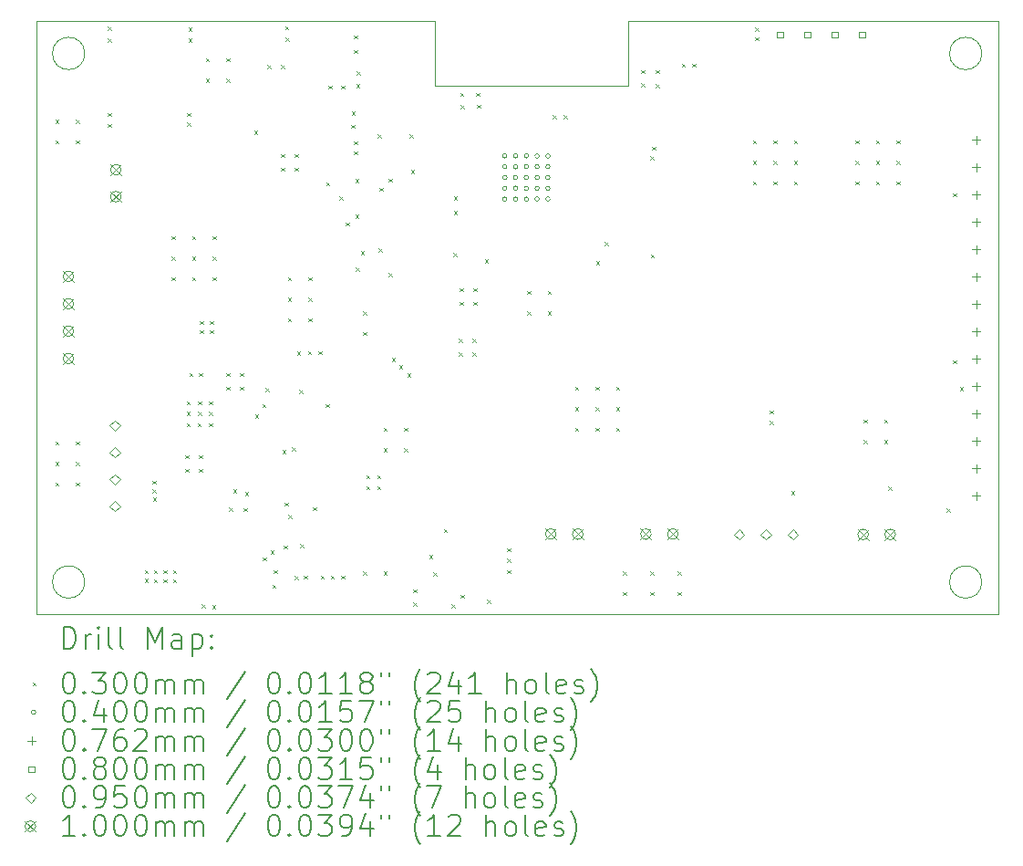
<source format=gbr>
%TF.GenerationSoftware,KiCad,Pcbnew,8.0.3-8.0.3-0~ubuntu22.04.1*%
%TF.CreationDate,2024-07-11T21:41:11+07:00*%
%TF.ProjectId,kh-gift-hw,6b682d67-6966-4742-9d68-772e6b696361,rev?*%
%TF.SameCoordinates,Original*%
%TF.FileFunction,Drillmap*%
%TF.FilePolarity,Positive*%
%FSLAX45Y45*%
G04 Gerber Fmt 4.5, Leading zero omitted, Abs format (unit mm)*
G04 Created by KiCad (PCBNEW 8.0.3-8.0.3-0~ubuntu22.04.1) date 2024-07-11 21:41:11*
%MOMM*%
%LPD*%
G01*
G04 APERTURE LIST*
%ADD10C,0.120000*%
%ADD11C,0.200000*%
%ADD12C,0.100000*%
G04 APERTURE END LIST*
D10*
X3248700Y-9249750D02*
X6948700Y-9249750D01*
X3248700Y-14753750D02*
X3248700Y-9249750D01*
X6948700Y-9849750D02*
X6948700Y-9249750D01*
X6948700Y-9849750D02*
X8748700Y-9849750D01*
X8748700Y-9249750D02*
X12178700Y-9249750D01*
X8748700Y-9849750D02*
X8748700Y-9249750D01*
X12178700Y-9249750D02*
X12178700Y-14753750D01*
X12178700Y-14753750D02*
X3248700Y-14753750D01*
X3698700Y-9549750D02*
G75*
G02*
X3398700Y-9549750I-150000J0D01*
G01*
X3398700Y-9549750D02*
G75*
G02*
X3698700Y-9549750I150000J0D01*
G01*
X3698700Y-14453750D02*
G75*
G02*
X3398700Y-14453750I-150000J0D01*
G01*
X3398700Y-14453750D02*
G75*
G02*
X3698700Y-14453750I150000J0D01*
G01*
X12028700Y-9549750D02*
G75*
G02*
X11728700Y-9549750I-150000J0D01*
G01*
X11728700Y-9549750D02*
G75*
G02*
X12028700Y-9549750I150000J0D01*
G01*
X12028700Y-14453750D02*
G75*
G02*
X11728700Y-14453750I-150000J0D01*
G01*
X11728700Y-14453750D02*
G75*
G02*
X12028700Y-14453750I150000J0D01*
G01*
D11*
D12*
X3424200Y-10166750D02*
X3454200Y-10196750D01*
X3454200Y-10166750D02*
X3424200Y-10196750D01*
X3424200Y-10357250D02*
X3454200Y-10387250D01*
X3454200Y-10357250D02*
X3424200Y-10387250D01*
X3424200Y-13151250D02*
X3454200Y-13181250D01*
X3454200Y-13151250D02*
X3424200Y-13181250D01*
X3424200Y-13341750D02*
X3454200Y-13371750D01*
X3454200Y-13341750D02*
X3424200Y-13371750D01*
X3424200Y-13532250D02*
X3454200Y-13562250D01*
X3454200Y-13532250D02*
X3424200Y-13562250D01*
X3614700Y-10166750D02*
X3644700Y-10196750D01*
X3644700Y-10166750D02*
X3614700Y-10196750D01*
X3614700Y-10357250D02*
X3644700Y-10387250D01*
X3644700Y-10357250D02*
X3614700Y-10387250D01*
X3614700Y-13151250D02*
X3644700Y-13181250D01*
X3644700Y-13151250D02*
X3614700Y-13181250D01*
X3614700Y-13341750D02*
X3644700Y-13371750D01*
X3644700Y-13341750D02*
X3614700Y-13371750D01*
X3614700Y-13532250D02*
X3644700Y-13562250D01*
X3644700Y-13532250D02*
X3614700Y-13562250D01*
X3914420Y-9303150D02*
X3944420Y-9333150D01*
X3944420Y-9303150D02*
X3914420Y-9333150D01*
X3914420Y-9409830D02*
X3944420Y-9439830D01*
X3944420Y-9409830D02*
X3914420Y-9439830D01*
X3914420Y-10100710D02*
X3944420Y-10130710D01*
X3944420Y-10100710D02*
X3914420Y-10130710D01*
X3914420Y-10202310D02*
X3944420Y-10232310D01*
X3944420Y-10202310D02*
X3914420Y-10232310D01*
X4254780Y-14342510D02*
X4284780Y-14372510D01*
X4284780Y-14342510D02*
X4254780Y-14372510D01*
X4254780Y-14423790D02*
X4284780Y-14453790D01*
X4284780Y-14423790D02*
X4254780Y-14453790D01*
X4327180Y-13511790D02*
X4357180Y-13541790D01*
X4357180Y-13511790D02*
X4327180Y-13541790D01*
X4327180Y-13591790D02*
X4357180Y-13621790D01*
X4357180Y-13591790D02*
X4327180Y-13621790D01*
X4332300Y-13671950D02*
X4362300Y-13701950D01*
X4362300Y-13671950D02*
X4332300Y-13701950D01*
X4341140Y-14342510D02*
X4371140Y-14372510D01*
X4371140Y-14342510D02*
X4341140Y-14372510D01*
X4341140Y-14428870D02*
X4371140Y-14458870D01*
X4371140Y-14428870D02*
X4341140Y-14458870D01*
X4427500Y-14342510D02*
X4457500Y-14372510D01*
X4457500Y-14342510D02*
X4427500Y-14372510D01*
X4427500Y-14428870D02*
X4457500Y-14458870D01*
X4457500Y-14428870D02*
X4427500Y-14458870D01*
X4503700Y-11246250D02*
X4533700Y-11276250D01*
X4533700Y-11246250D02*
X4503700Y-11276250D01*
X4503700Y-11436750D02*
X4533700Y-11466750D01*
X4533700Y-11436750D02*
X4503700Y-11466750D01*
X4503700Y-11627250D02*
X4533700Y-11657250D01*
X4533700Y-11627250D02*
X4503700Y-11657250D01*
X4518940Y-14342510D02*
X4548940Y-14372510D01*
X4548940Y-14342510D02*
X4518940Y-14372510D01*
X4518940Y-14428870D02*
X4548940Y-14458870D01*
X4548940Y-14428870D02*
X4518940Y-14458870D01*
X4630700Y-13278250D02*
X4660700Y-13308250D01*
X4660700Y-13278250D02*
X4630700Y-13308250D01*
X4630700Y-13405250D02*
X4660700Y-13435250D01*
X4660700Y-13405250D02*
X4630700Y-13435250D01*
X4645940Y-12777870D02*
X4675940Y-12807870D01*
X4675940Y-12777870D02*
X4645940Y-12807870D01*
X4645940Y-12874390D02*
X4675940Y-12904390D01*
X4675940Y-12874390D02*
X4645940Y-12904390D01*
X4645940Y-12981070D02*
X4675940Y-13011070D01*
X4675940Y-12981070D02*
X4645940Y-13011070D01*
X4651020Y-10100710D02*
X4681020Y-10130710D01*
X4681020Y-10100710D02*
X4651020Y-10130710D01*
X4651020Y-10192150D02*
X4681020Y-10222150D01*
X4681020Y-10192150D02*
X4651020Y-10222150D01*
X4661180Y-9308230D02*
X4691180Y-9338230D01*
X4691180Y-9308230D02*
X4661180Y-9338230D01*
X4661180Y-9409830D02*
X4691180Y-9439830D01*
X4691180Y-9409830D02*
X4661180Y-9439830D01*
X4672120Y-12516250D02*
X4702120Y-12546250D01*
X4702120Y-12516250D02*
X4672120Y-12546250D01*
X4694200Y-11246250D02*
X4724200Y-11276250D01*
X4724200Y-11246250D02*
X4694200Y-11276250D01*
X4694200Y-11436750D02*
X4724200Y-11466750D01*
X4724200Y-11436750D02*
X4694200Y-11466750D01*
X4694200Y-11627250D02*
X4724200Y-11657250D01*
X4724200Y-11627250D02*
X4694200Y-11657250D01*
X4747540Y-12981070D02*
X4777540Y-13011070D01*
X4777540Y-12981070D02*
X4747540Y-13011070D01*
X4752120Y-12874670D02*
X4782120Y-12904670D01*
X4782120Y-12874670D02*
X4752120Y-12904670D01*
X4752620Y-12777870D02*
X4782620Y-12807870D01*
X4782620Y-12777870D02*
X4752620Y-12807870D01*
X4757700Y-12516250D02*
X4787700Y-12546250D01*
X4787700Y-12516250D02*
X4757700Y-12546250D01*
X4757700Y-13278250D02*
X4787700Y-13308250D01*
X4787700Y-13278250D02*
X4757700Y-13308250D01*
X4757700Y-13405250D02*
X4787700Y-13435250D01*
X4787700Y-13405250D02*
X4757700Y-13435250D01*
X4767860Y-12031110D02*
X4797860Y-12061110D01*
X4797860Y-12031110D02*
X4767860Y-12061110D01*
X4767860Y-12117470D02*
X4797860Y-12147470D01*
X4797860Y-12117470D02*
X4767860Y-12147470D01*
X4783100Y-14662550D02*
X4813100Y-14692550D01*
X4813100Y-14662550D02*
X4783100Y-14692550D01*
X4821200Y-9595250D02*
X4851200Y-9625250D01*
X4851200Y-9595250D02*
X4821200Y-9625250D01*
X4821200Y-9785750D02*
X4851200Y-9815750D01*
X4851200Y-9785750D02*
X4821200Y-9815750D01*
X4854220Y-12777870D02*
X4884220Y-12807870D01*
X4884220Y-12777870D02*
X4854220Y-12807870D01*
X4854220Y-12874390D02*
X4884220Y-12904390D01*
X4884220Y-12874390D02*
X4854220Y-12904390D01*
X4854220Y-12981070D02*
X4884220Y-13011070D01*
X4884220Y-12981070D02*
X4854220Y-13011070D01*
X4859300Y-12031110D02*
X4889300Y-12061110D01*
X4889300Y-12031110D02*
X4859300Y-12061110D01*
X4859300Y-12117470D02*
X4889300Y-12147470D01*
X4889300Y-12117470D02*
X4859300Y-12147470D01*
X4880180Y-14668790D02*
X4910180Y-14698790D01*
X4910180Y-14668790D02*
X4880180Y-14698790D01*
X4884700Y-11246250D02*
X4914700Y-11276250D01*
X4914700Y-11246250D02*
X4884700Y-11276250D01*
X4884700Y-11436750D02*
X4914700Y-11466750D01*
X4914700Y-11436750D02*
X4884700Y-11466750D01*
X4884700Y-11627250D02*
X4914700Y-11657250D01*
X4914700Y-11627250D02*
X4884700Y-11657250D01*
X5011700Y-9595250D02*
X5041700Y-9625250D01*
X5041700Y-9595250D02*
X5011700Y-9625250D01*
X5011700Y-9785750D02*
X5041700Y-9815750D01*
X5041700Y-9785750D02*
X5011700Y-9815750D01*
X5011700Y-12516250D02*
X5041700Y-12546250D01*
X5041700Y-12516250D02*
X5011700Y-12546250D01*
X5011700Y-12643250D02*
X5041700Y-12673250D01*
X5041700Y-12643250D02*
X5011700Y-12673250D01*
X5039180Y-13764790D02*
X5069180Y-13794790D01*
X5069180Y-13764790D02*
X5039180Y-13794790D01*
X5076180Y-13593790D02*
X5106180Y-13623790D01*
X5106180Y-13593790D02*
X5076180Y-13623790D01*
X5138700Y-12516250D02*
X5168700Y-12546250D01*
X5168700Y-12516250D02*
X5138700Y-12546250D01*
X5138700Y-12643250D02*
X5168700Y-12673250D01*
X5168700Y-12643250D02*
X5138700Y-12673250D01*
X5175180Y-13767790D02*
X5205180Y-13797790D01*
X5205180Y-13767790D02*
X5175180Y-13797790D01*
X5187180Y-13617790D02*
X5217180Y-13647790D01*
X5217180Y-13617790D02*
X5187180Y-13647790D01*
X5270780Y-10268350D02*
X5300780Y-10298350D01*
X5300780Y-10268350D02*
X5270780Y-10298350D01*
X5280940Y-12899790D02*
X5310940Y-12929790D01*
X5310940Y-12899790D02*
X5280940Y-12929790D01*
X5346980Y-12803270D02*
X5376980Y-12833270D01*
X5376980Y-12803270D02*
X5346980Y-12833270D01*
X5351700Y-14223750D02*
X5381700Y-14253750D01*
X5381700Y-14223750D02*
X5351700Y-14253750D01*
X5377460Y-12655950D02*
X5407460Y-12685950D01*
X5407460Y-12655950D02*
X5377460Y-12685950D01*
X5392700Y-9658750D02*
X5422700Y-9688750D01*
X5422700Y-9658750D02*
X5392700Y-9688750D01*
X5423180Y-14161790D02*
X5453180Y-14191790D01*
X5453180Y-14161790D02*
X5423180Y-14191790D01*
X5440340Y-14477750D02*
X5470340Y-14507750D01*
X5470340Y-14477750D02*
X5440340Y-14507750D01*
X5453660Y-14342510D02*
X5483660Y-14372510D01*
X5483660Y-14342510D02*
X5453660Y-14372510D01*
X5519700Y-9658750D02*
X5549700Y-9688750D01*
X5549700Y-9658750D02*
X5519700Y-9688750D01*
X5519700Y-10484250D02*
X5549700Y-10514250D01*
X5549700Y-10484250D02*
X5519700Y-10514250D01*
X5519700Y-10611250D02*
X5549700Y-10641250D01*
X5549700Y-10611250D02*
X5519700Y-10641250D01*
X5534940Y-13229990D02*
X5564940Y-13259990D01*
X5564940Y-13229990D02*
X5534940Y-13259990D01*
X5545100Y-14113910D02*
X5575100Y-14143910D01*
X5575100Y-14113910D02*
X5545100Y-14143910D01*
X5555260Y-13717670D02*
X5585260Y-13747670D01*
X5585260Y-13717670D02*
X5555260Y-13747670D01*
X5560340Y-9298070D02*
X5590340Y-9328070D01*
X5590340Y-9298070D02*
X5560340Y-9328070D01*
X5563180Y-9404790D02*
X5593180Y-9434790D01*
X5593180Y-9404790D02*
X5563180Y-9434790D01*
X5583200Y-11627250D02*
X5613200Y-11657250D01*
X5613200Y-11627250D02*
X5583200Y-11657250D01*
X5583200Y-11817750D02*
X5613200Y-11847750D01*
X5613200Y-11817750D02*
X5583200Y-11847750D01*
X5583200Y-12008250D02*
X5613200Y-12038250D01*
X5613200Y-12008250D02*
X5583200Y-12038250D01*
X5590820Y-13829430D02*
X5620820Y-13859430D01*
X5620820Y-13829430D02*
X5590820Y-13859430D01*
X5621300Y-13204590D02*
X5651300Y-13234590D01*
X5651300Y-13204590D02*
X5621300Y-13234590D01*
X5646700Y-10484250D02*
X5676700Y-10514250D01*
X5676700Y-10484250D02*
X5646700Y-10514250D01*
X5646700Y-10611250D02*
X5676700Y-10641250D01*
X5676700Y-10611250D02*
X5646700Y-10641250D01*
X5646700Y-14398390D02*
X5676700Y-14428390D01*
X5676700Y-14398390D02*
X5646700Y-14428390D01*
X5668180Y-12314790D02*
X5698180Y-12344790D01*
X5698180Y-12314790D02*
X5668180Y-12344790D01*
X5692420Y-12671190D02*
X5722420Y-12701190D01*
X5722420Y-12671190D02*
X5692420Y-12701190D01*
X5697500Y-14103750D02*
X5727500Y-14133750D01*
X5727500Y-14103750D02*
X5697500Y-14133750D01*
X5733060Y-14393310D02*
X5763060Y-14423310D01*
X5763060Y-14393310D02*
X5733060Y-14423310D01*
X5770180Y-12309790D02*
X5800180Y-12339790D01*
X5800180Y-12309790D02*
X5770180Y-12339790D01*
X5773700Y-11627250D02*
X5803700Y-11657250D01*
X5803700Y-11627250D02*
X5773700Y-11657250D01*
X5773700Y-11817750D02*
X5803700Y-11847750D01*
X5803700Y-11817750D02*
X5773700Y-11847750D01*
X5773700Y-12008250D02*
X5803700Y-12038250D01*
X5803700Y-12008250D02*
X5773700Y-12038250D01*
X5816700Y-13759201D02*
X5846700Y-13789201D01*
X5846700Y-13759201D02*
X5816700Y-13789201D01*
X5870180Y-12310790D02*
X5900180Y-12340790D01*
X5900180Y-12310790D02*
X5870180Y-12340790D01*
X5890540Y-14393310D02*
X5920540Y-14423310D01*
X5920540Y-14393310D02*
X5890540Y-14423310D01*
X5936260Y-12803270D02*
X5966260Y-12833270D01*
X5966260Y-12803270D02*
X5936260Y-12833270D01*
X5941340Y-10745870D02*
X5971340Y-10775870D01*
X5971340Y-10745870D02*
X5941340Y-10775870D01*
X5961660Y-9846710D02*
X5991660Y-9876710D01*
X5991660Y-9846710D02*
X5961660Y-9876710D01*
X5981980Y-14393310D02*
X6011980Y-14423310D01*
X6011980Y-14393310D02*
X5981980Y-14423310D01*
X6063260Y-10877950D02*
X6093260Y-10907950D01*
X6093260Y-10877950D02*
X6063260Y-10907950D01*
X6078500Y-9846710D02*
X6108500Y-9876710D01*
X6108500Y-9846710D02*
X6078500Y-9876710D01*
X6078500Y-14393310D02*
X6108500Y-14423310D01*
X6108500Y-14393310D02*
X6078500Y-14423310D01*
X6124220Y-11116710D02*
X6154220Y-11146710D01*
X6154220Y-11116710D02*
X6124220Y-11146710D01*
X6175020Y-10212470D02*
X6205020Y-10242470D01*
X6205020Y-10212470D02*
X6175020Y-10242470D01*
X6177180Y-10087790D02*
X6207180Y-10117790D01*
X6207180Y-10087790D02*
X6177180Y-10117790D01*
X6198180Y-9516790D02*
X6228180Y-9546790D01*
X6228180Y-9516790D02*
X6198180Y-9546790D01*
X6199180Y-9381790D02*
X6229180Y-9411790D01*
X6229180Y-9381790D02*
X6199180Y-9411790D01*
X6200420Y-10364870D02*
X6230420Y-10394870D01*
X6230420Y-10364870D02*
X6200420Y-10394870D01*
X6200420Y-10456310D02*
X6230420Y-10486310D01*
X6230420Y-10456310D02*
X6200420Y-10486310D01*
X6210580Y-10715390D02*
X6240580Y-10745390D01*
X6240580Y-10715390D02*
X6210580Y-10745390D01*
X6210580Y-11045590D02*
X6240580Y-11075590D01*
X6240580Y-11045590D02*
X6210580Y-11075590D01*
X6215660Y-11538350D02*
X6245660Y-11568350D01*
X6245660Y-11538350D02*
X6215660Y-11568350D01*
X6221180Y-9836790D02*
X6251180Y-9866790D01*
X6251180Y-9836790D02*
X6221180Y-9866790D01*
X6222180Y-9715790D02*
X6252180Y-9745790D01*
X6252180Y-9715790D02*
X6222180Y-9745790D01*
X6261380Y-11385950D02*
X6291380Y-11415950D01*
X6291380Y-11385950D02*
X6261380Y-11415950D01*
X6281700Y-11944750D02*
X6311700Y-11974750D01*
X6311700Y-11944750D02*
X6281700Y-11974750D01*
X6281700Y-12135250D02*
X6311700Y-12165250D01*
X6311700Y-12135250D02*
X6281700Y-12165250D01*
X6281700Y-14357750D02*
X6311700Y-14387750D01*
X6311700Y-14357750D02*
X6281700Y-14387750D01*
X6312180Y-13463670D02*
X6342180Y-13493670D01*
X6342180Y-13463670D02*
X6312180Y-13493670D01*
X6312180Y-13565270D02*
X6342180Y-13595270D01*
X6342180Y-13565270D02*
X6312180Y-13595270D01*
X6413780Y-13463670D02*
X6443780Y-13493670D01*
X6443780Y-13463670D02*
X6413780Y-13493670D01*
X6413780Y-13565270D02*
X6443780Y-13595270D01*
X6443780Y-13565270D02*
X6413780Y-13595270D01*
X6418860Y-10298830D02*
X6448860Y-10328830D01*
X6448860Y-10298830D02*
X6418860Y-10328830D01*
X6429020Y-11359590D02*
X6459020Y-11389590D01*
X6459020Y-11359590D02*
X6429020Y-11389590D01*
X6434100Y-10796670D02*
X6464100Y-10826670D01*
X6464100Y-10796670D02*
X6434100Y-10826670D01*
X6472200Y-13024250D02*
X6502200Y-13054250D01*
X6502200Y-13024250D02*
X6472200Y-13054250D01*
X6472200Y-13214750D02*
X6502200Y-13244750D01*
X6502200Y-13214750D02*
X6472200Y-13244750D01*
X6472200Y-14357750D02*
X6502200Y-14387750D01*
X6502200Y-14357750D02*
X6472200Y-14387750D01*
X6520460Y-10710310D02*
X6550460Y-10740310D01*
X6550460Y-10710310D02*
X6520460Y-10740310D01*
X6520460Y-11588190D02*
X6550460Y-11618190D01*
X6550460Y-11588190D02*
X6520460Y-11618190D01*
X6550940Y-12376550D02*
X6580940Y-12406550D01*
X6580940Y-12376550D02*
X6550940Y-12406550D01*
X6550940Y-12376550D02*
X6580940Y-12406550D01*
X6580940Y-12376550D02*
X6550940Y-12406550D01*
X6619180Y-12444790D02*
X6649180Y-12474790D01*
X6649180Y-12444790D02*
X6619180Y-12474790D01*
X6662700Y-13024250D02*
X6692700Y-13054250D01*
X6692700Y-13024250D02*
X6662700Y-13054250D01*
X6662700Y-13214750D02*
X6692700Y-13244750D01*
X6692700Y-13214750D02*
X6662700Y-13244750D01*
X6692180Y-12516790D02*
X6722180Y-12546790D01*
X6722180Y-12516790D02*
X6692180Y-12546790D01*
X6713500Y-10298830D02*
X6743500Y-10328830D01*
X6743500Y-10298830D02*
X6713500Y-10328830D01*
X6728740Y-10629030D02*
X6758740Y-10659030D01*
X6758740Y-10629030D02*
X6728740Y-10659030D01*
X6749060Y-14520310D02*
X6779060Y-14550310D01*
X6779060Y-14520310D02*
X6749060Y-14550310D01*
X6749060Y-14642230D02*
X6779060Y-14672230D01*
X6779060Y-14642230D02*
X6749060Y-14672230D01*
X6898180Y-14201790D02*
X6928180Y-14231790D01*
X6928180Y-14201790D02*
X6898180Y-14231790D01*
X6937020Y-14362830D02*
X6967020Y-14392830D01*
X6967020Y-14362830D02*
X6937020Y-14392830D01*
X7033540Y-13963750D02*
X7063540Y-13993750D01*
X7063540Y-13963750D02*
X7033540Y-13993750D01*
X7104660Y-14662550D02*
X7134660Y-14692550D01*
X7134660Y-14662550D02*
X7104660Y-14692550D01*
X7119900Y-11399590D02*
X7149900Y-11429590D01*
X7149900Y-11399590D02*
X7119900Y-11429590D01*
X7124980Y-10877950D02*
X7154980Y-10907950D01*
X7154980Y-10877950D02*
X7124980Y-10907950D01*
X7124980Y-11010030D02*
X7154980Y-11040030D01*
X7154980Y-11010030D02*
X7124980Y-11040030D01*
X7170700Y-12198750D02*
X7200700Y-12228750D01*
X7200700Y-12198750D02*
X7170700Y-12228750D01*
X7170700Y-12325750D02*
X7200700Y-12355750D01*
X7200700Y-12325750D02*
X7170700Y-12355750D01*
X7182180Y-11728790D02*
X7212180Y-11758790D01*
X7212180Y-11728790D02*
X7182180Y-11758790D01*
X7182180Y-11855790D02*
X7212180Y-11885790D01*
X7212180Y-11855790D02*
X7182180Y-11885790D01*
X7186180Y-9915790D02*
X7216180Y-9945790D01*
X7216180Y-9915790D02*
X7186180Y-9945790D01*
X7190180Y-10030790D02*
X7220180Y-10060790D01*
X7220180Y-10030790D02*
X7190180Y-10060790D01*
X7191020Y-14571110D02*
X7221020Y-14601110D01*
X7221020Y-14571110D02*
X7191020Y-14601110D01*
X7297700Y-12198750D02*
X7327700Y-12228750D01*
X7327700Y-12198750D02*
X7297700Y-12228750D01*
X7297700Y-12325750D02*
X7327700Y-12355750D01*
X7327700Y-12325750D02*
X7297700Y-12355750D01*
X7309180Y-11728790D02*
X7339180Y-11758790D01*
X7339180Y-11728790D02*
X7309180Y-11758790D01*
X7309180Y-11855790D02*
X7339180Y-11885790D01*
X7339180Y-11855790D02*
X7309180Y-11885790D01*
X7333180Y-9916790D02*
X7363180Y-9946790D01*
X7363180Y-9916790D02*
X7333180Y-9946790D01*
X7339180Y-10026790D02*
X7369180Y-10056790D01*
X7369180Y-10026790D02*
X7339180Y-10056790D01*
X7413580Y-11459590D02*
X7443580Y-11489590D01*
X7443580Y-11459590D02*
X7413580Y-11489590D01*
X7434860Y-14616830D02*
X7464860Y-14646830D01*
X7464860Y-14616830D02*
X7434860Y-14646830D01*
X7622820Y-14139310D02*
X7652820Y-14169310D01*
X7652820Y-14139310D02*
X7622820Y-14169310D01*
X7622820Y-14235830D02*
X7652820Y-14265830D01*
X7652820Y-14235830D02*
X7622820Y-14265830D01*
X7622820Y-14342510D02*
X7652820Y-14372510D01*
X7652820Y-14342510D02*
X7622820Y-14372510D01*
X7805700Y-11754250D02*
X7835700Y-11784250D01*
X7835700Y-11754250D02*
X7805700Y-11784250D01*
X7805700Y-11944750D02*
X7835700Y-11974750D01*
X7835700Y-11944750D02*
X7805700Y-11974750D01*
X7996200Y-11754250D02*
X8026200Y-11784250D01*
X8026200Y-11754250D02*
X7996200Y-11784250D01*
X7996200Y-11944750D02*
X8026200Y-11974750D01*
X8026200Y-11944750D02*
X7996200Y-11974750D01*
X8046180Y-10121750D02*
X8076180Y-10151750D01*
X8076180Y-10121750D02*
X8046180Y-10151750D01*
X8146180Y-10121030D02*
X8176180Y-10151030D01*
X8176180Y-10121030D02*
X8146180Y-10151030D01*
X8250200Y-12643250D02*
X8280200Y-12673250D01*
X8280200Y-12643250D02*
X8250200Y-12673250D01*
X8250200Y-12833750D02*
X8280200Y-12863750D01*
X8280200Y-12833750D02*
X8250200Y-12863750D01*
X8250200Y-13024250D02*
X8280200Y-13054250D01*
X8280200Y-13024250D02*
X8250200Y-13054250D01*
X8440700Y-12643250D02*
X8470700Y-12673250D01*
X8470700Y-12643250D02*
X8440700Y-12673250D01*
X8440700Y-12833750D02*
X8470700Y-12863750D01*
X8470700Y-12833750D02*
X8440700Y-12863750D01*
X8440700Y-13024250D02*
X8470700Y-13054250D01*
X8470700Y-13024250D02*
X8440700Y-13054250D01*
X8445780Y-11477390D02*
X8475780Y-11507390D01*
X8475780Y-11477390D02*
X8445780Y-11507390D01*
X8527060Y-11299590D02*
X8557060Y-11329590D01*
X8557060Y-11299590D02*
X8527060Y-11329590D01*
X8631200Y-12643250D02*
X8661200Y-12673250D01*
X8661200Y-12643250D02*
X8631200Y-12673250D01*
X8631200Y-12833750D02*
X8661200Y-12863750D01*
X8661200Y-12833750D02*
X8631200Y-12863750D01*
X8631200Y-13024250D02*
X8661200Y-13054250D01*
X8661200Y-13024250D02*
X8631200Y-13054250D01*
X8694700Y-14357750D02*
X8724700Y-14387750D01*
X8724700Y-14357750D02*
X8694700Y-14387750D01*
X8694700Y-14548250D02*
X8724700Y-14578250D01*
X8724700Y-14548250D02*
X8694700Y-14578250D01*
X8864180Y-9704790D02*
X8894180Y-9734790D01*
X8894180Y-9704790D02*
X8864180Y-9734790D01*
X8866180Y-9827790D02*
X8896180Y-9857790D01*
X8896180Y-9827790D02*
X8866180Y-9857790D01*
X8948700Y-10502750D02*
X8978700Y-10532750D01*
X8978700Y-10502750D02*
X8948700Y-10532750D01*
X8948700Y-14357750D02*
X8978700Y-14387750D01*
X8978700Y-14357750D02*
X8948700Y-14387750D01*
X8948700Y-14548250D02*
X8978700Y-14578250D01*
X8978700Y-14548250D02*
X8948700Y-14578250D01*
X8953780Y-11412310D02*
X8983780Y-11442310D01*
X8983780Y-11412310D02*
X8953780Y-11442310D01*
X8969020Y-10415670D02*
X8999020Y-10445670D01*
X8999020Y-10415670D02*
X8969020Y-10445670D01*
X9000180Y-9704790D02*
X9030180Y-9734790D01*
X9030180Y-9704790D02*
X9000180Y-9734790D01*
X9002180Y-9832790D02*
X9032180Y-9862790D01*
X9032180Y-9832790D02*
X9002180Y-9862790D01*
X9202700Y-14357750D02*
X9232700Y-14387750D01*
X9232700Y-14357750D02*
X9202700Y-14387750D01*
X9202700Y-14548250D02*
X9232700Y-14578250D01*
X9232700Y-14548250D02*
X9202700Y-14578250D01*
X9240800Y-9646050D02*
X9270800Y-9676050D01*
X9270800Y-9646050D02*
X9240800Y-9676050D01*
X9340180Y-9646050D02*
X9370180Y-9676050D01*
X9370180Y-9646050D02*
X9340180Y-9676050D01*
X9901200Y-10357250D02*
X9931200Y-10387250D01*
X9931200Y-10357250D02*
X9901200Y-10387250D01*
X9901200Y-10547750D02*
X9931200Y-10577750D01*
X9931200Y-10547750D02*
X9901200Y-10577750D01*
X9901200Y-10738250D02*
X9931200Y-10768250D01*
X9931200Y-10738250D02*
X9901200Y-10768250D01*
X9924060Y-9308230D02*
X9954060Y-9338230D01*
X9954060Y-9308230D02*
X9924060Y-9338230D01*
X9924060Y-9399670D02*
X9954060Y-9429670D01*
X9954060Y-9399670D02*
X9924060Y-9429670D01*
X10058680Y-12861690D02*
X10088680Y-12891690D01*
X10088680Y-12861690D02*
X10058680Y-12891690D01*
X10058680Y-12958210D02*
X10088680Y-12988210D01*
X10088680Y-12958210D02*
X10058680Y-12988210D01*
X10091700Y-10357250D02*
X10121700Y-10387250D01*
X10121700Y-10357250D02*
X10091700Y-10387250D01*
X10091700Y-10547750D02*
X10121700Y-10577750D01*
X10121700Y-10547750D02*
X10091700Y-10577750D01*
X10091700Y-10738250D02*
X10121700Y-10768250D01*
X10121700Y-10738250D02*
X10091700Y-10768250D01*
X10259340Y-13610030D02*
X10289340Y-13640030D01*
X10289340Y-13610030D02*
X10259340Y-13640030D01*
X10282200Y-10357250D02*
X10312200Y-10387250D01*
X10312200Y-10357250D02*
X10282200Y-10387250D01*
X10282200Y-10547750D02*
X10312200Y-10577750D01*
X10312200Y-10547750D02*
X10282200Y-10577750D01*
X10282200Y-10738250D02*
X10312200Y-10768250D01*
X10312200Y-10738250D02*
X10282200Y-10768250D01*
X10853700Y-10357250D02*
X10883700Y-10387250D01*
X10883700Y-10357250D02*
X10853700Y-10387250D01*
X10853700Y-10547750D02*
X10883700Y-10577750D01*
X10883700Y-10547750D02*
X10853700Y-10577750D01*
X10853700Y-10738250D02*
X10883700Y-10768250D01*
X10883700Y-10738250D02*
X10853700Y-10768250D01*
X10929900Y-12948050D02*
X10959900Y-12978050D01*
X10959900Y-12948050D02*
X10929900Y-12978050D01*
X10929900Y-13138550D02*
X10959900Y-13168550D01*
X10959900Y-13138550D02*
X10929900Y-13168550D01*
X11044200Y-10357250D02*
X11074200Y-10387250D01*
X11074200Y-10357250D02*
X11044200Y-10387250D01*
X11044200Y-10547750D02*
X11074200Y-10577750D01*
X11074200Y-10547750D02*
X11044200Y-10577750D01*
X11044200Y-10738250D02*
X11074200Y-10768250D01*
X11074200Y-10738250D02*
X11044200Y-10768250D01*
X11120400Y-12948050D02*
X11150400Y-12978050D01*
X11150400Y-12948050D02*
X11120400Y-12978050D01*
X11120400Y-13138550D02*
X11150400Y-13168550D01*
X11150400Y-13138550D02*
X11120400Y-13168550D01*
X11158500Y-13570350D02*
X11188500Y-13600350D01*
X11188500Y-13570350D02*
X11158500Y-13600350D01*
X11234700Y-10357250D02*
X11264700Y-10387250D01*
X11264700Y-10357250D02*
X11234700Y-10387250D01*
X11234700Y-10547750D02*
X11264700Y-10577750D01*
X11264700Y-10547750D02*
X11234700Y-10577750D01*
X11234700Y-10738250D02*
X11264700Y-10768250D01*
X11264700Y-10738250D02*
X11234700Y-10768250D01*
X11702060Y-13773550D02*
X11732060Y-13803550D01*
X11732060Y-13773550D02*
X11702060Y-13803550D01*
X11758900Y-10847470D02*
X11788900Y-10877470D01*
X11788900Y-10847470D02*
X11758900Y-10877470D01*
X11758990Y-12394347D02*
X11788990Y-12424347D01*
X11788990Y-12394347D02*
X11758990Y-12424347D01*
X11823980Y-12645790D02*
X11853980Y-12675790D01*
X11853980Y-12645790D02*
X11823980Y-12675790D01*
X7619200Y-10500750D02*
G75*
G02*
X7579200Y-10500750I-20000J0D01*
G01*
X7579200Y-10500750D02*
G75*
G02*
X7619200Y-10500750I20000J0D01*
G01*
X7619200Y-10600750D02*
G75*
G02*
X7579200Y-10600750I-20000J0D01*
G01*
X7579200Y-10600750D02*
G75*
G02*
X7619200Y-10600750I20000J0D01*
G01*
X7619200Y-10700750D02*
G75*
G02*
X7579200Y-10700750I-20000J0D01*
G01*
X7579200Y-10700750D02*
G75*
G02*
X7619200Y-10700750I20000J0D01*
G01*
X7619200Y-10800750D02*
G75*
G02*
X7579200Y-10800750I-20000J0D01*
G01*
X7579200Y-10800750D02*
G75*
G02*
X7619200Y-10800750I20000J0D01*
G01*
X7619200Y-10900750D02*
G75*
G02*
X7579200Y-10900750I-20000J0D01*
G01*
X7579200Y-10900750D02*
G75*
G02*
X7619200Y-10900750I20000J0D01*
G01*
X7719200Y-10500750D02*
G75*
G02*
X7679200Y-10500750I-20000J0D01*
G01*
X7679200Y-10500750D02*
G75*
G02*
X7719200Y-10500750I20000J0D01*
G01*
X7719200Y-10600750D02*
G75*
G02*
X7679200Y-10600750I-20000J0D01*
G01*
X7679200Y-10600750D02*
G75*
G02*
X7719200Y-10600750I20000J0D01*
G01*
X7719200Y-10700750D02*
G75*
G02*
X7679200Y-10700750I-20000J0D01*
G01*
X7679200Y-10700750D02*
G75*
G02*
X7719200Y-10700750I20000J0D01*
G01*
X7719200Y-10800750D02*
G75*
G02*
X7679200Y-10800750I-20000J0D01*
G01*
X7679200Y-10800750D02*
G75*
G02*
X7719200Y-10800750I20000J0D01*
G01*
X7719200Y-10900750D02*
G75*
G02*
X7679200Y-10900750I-20000J0D01*
G01*
X7679200Y-10900750D02*
G75*
G02*
X7719200Y-10900750I20000J0D01*
G01*
X7819200Y-10500750D02*
G75*
G02*
X7779200Y-10500750I-20000J0D01*
G01*
X7779200Y-10500750D02*
G75*
G02*
X7819200Y-10500750I20000J0D01*
G01*
X7819200Y-10600750D02*
G75*
G02*
X7779200Y-10600750I-20000J0D01*
G01*
X7779200Y-10600750D02*
G75*
G02*
X7819200Y-10600750I20000J0D01*
G01*
X7819200Y-10700750D02*
G75*
G02*
X7779200Y-10700750I-20000J0D01*
G01*
X7779200Y-10700750D02*
G75*
G02*
X7819200Y-10700750I20000J0D01*
G01*
X7819200Y-10800750D02*
G75*
G02*
X7779200Y-10800750I-20000J0D01*
G01*
X7779200Y-10800750D02*
G75*
G02*
X7819200Y-10800750I20000J0D01*
G01*
X7819200Y-10900750D02*
G75*
G02*
X7779200Y-10900750I-20000J0D01*
G01*
X7779200Y-10900750D02*
G75*
G02*
X7819200Y-10900750I20000J0D01*
G01*
X7919200Y-10500750D02*
G75*
G02*
X7879200Y-10500750I-20000J0D01*
G01*
X7879200Y-10500750D02*
G75*
G02*
X7919200Y-10500750I20000J0D01*
G01*
X7919200Y-10600750D02*
G75*
G02*
X7879200Y-10600750I-20000J0D01*
G01*
X7879200Y-10600750D02*
G75*
G02*
X7919200Y-10600750I20000J0D01*
G01*
X7919200Y-10700750D02*
G75*
G02*
X7879200Y-10700750I-20000J0D01*
G01*
X7879200Y-10700750D02*
G75*
G02*
X7919200Y-10700750I20000J0D01*
G01*
X7919200Y-10800750D02*
G75*
G02*
X7879200Y-10800750I-20000J0D01*
G01*
X7879200Y-10800750D02*
G75*
G02*
X7919200Y-10800750I20000J0D01*
G01*
X7919200Y-10900750D02*
G75*
G02*
X7879200Y-10900750I-20000J0D01*
G01*
X7879200Y-10900750D02*
G75*
G02*
X7919200Y-10900750I20000J0D01*
G01*
X8019200Y-10500750D02*
G75*
G02*
X7979200Y-10500750I-20000J0D01*
G01*
X7979200Y-10500750D02*
G75*
G02*
X8019200Y-10500750I20000J0D01*
G01*
X8019200Y-10600750D02*
G75*
G02*
X7979200Y-10600750I-20000J0D01*
G01*
X7979200Y-10600750D02*
G75*
G02*
X8019200Y-10600750I20000J0D01*
G01*
X8019200Y-10700750D02*
G75*
G02*
X7979200Y-10700750I-20000J0D01*
G01*
X7979200Y-10700750D02*
G75*
G02*
X8019200Y-10700750I20000J0D01*
G01*
X8019200Y-10800750D02*
G75*
G02*
X7979200Y-10800750I-20000J0D01*
G01*
X7979200Y-10800750D02*
G75*
G02*
X8019200Y-10800750I20000J0D01*
G01*
X8019200Y-10900750D02*
G75*
G02*
X7979200Y-10900750I-20000J0D01*
G01*
X7979200Y-10900750D02*
G75*
G02*
X8019200Y-10900750I20000J0D01*
G01*
X11978700Y-10312650D02*
X11978700Y-10388850D01*
X11940600Y-10350750D02*
X12016800Y-10350750D01*
X11978700Y-10566650D02*
X11978700Y-10642850D01*
X11940600Y-10604750D02*
X12016800Y-10604750D01*
X11978700Y-10820650D02*
X11978700Y-10896850D01*
X11940600Y-10858750D02*
X12016800Y-10858750D01*
X11978700Y-11074650D02*
X11978700Y-11150850D01*
X11940600Y-11112750D02*
X12016800Y-11112750D01*
X11978700Y-11328650D02*
X11978700Y-11404850D01*
X11940600Y-11366750D02*
X12016800Y-11366750D01*
X11978700Y-11582650D02*
X11978700Y-11658850D01*
X11940600Y-11620750D02*
X12016800Y-11620750D01*
X11978700Y-11836650D02*
X11978700Y-11912850D01*
X11940600Y-11874750D02*
X12016800Y-11874750D01*
X11978700Y-12090650D02*
X11978700Y-12166850D01*
X11940600Y-12128750D02*
X12016800Y-12128750D01*
X11978700Y-12344650D02*
X11978700Y-12420850D01*
X11940600Y-12382750D02*
X12016800Y-12382750D01*
X11978700Y-12598650D02*
X11978700Y-12674850D01*
X11940600Y-12636750D02*
X12016800Y-12636750D01*
X11978700Y-12852650D02*
X11978700Y-12928850D01*
X11940600Y-12890750D02*
X12016800Y-12890750D01*
X11978700Y-13106650D02*
X11978700Y-13182850D01*
X11940600Y-13144750D02*
X12016800Y-13144750D01*
X11978700Y-13360650D02*
X11978700Y-13436850D01*
X11940600Y-13398750D02*
X12016800Y-13398750D01*
X11978700Y-13614650D02*
X11978700Y-13690850D01*
X11940600Y-13652750D02*
X12016800Y-13652750D01*
X10185785Y-9403165D02*
X10185785Y-9346596D01*
X10129216Y-9346596D01*
X10129216Y-9403165D01*
X10185785Y-9403165D01*
X10439785Y-9403165D02*
X10439785Y-9346596D01*
X10383216Y-9346596D01*
X10383216Y-9403165D01*
X10439785Y-9403165D01*
X10693785Y-9403165D02*
X10693785Y-9346596D01*
X10637216Y-9346596D01*
X10637216Y-9403165D01*
X10693785Y-9403165D01*
X10947785Y-9403165D02*
X10947785Y-9346596D01*
X10891216Y-9346596D01*
X10891216Y-9403165D01*
X10947785Y-9403165D01*
X3977950Y-13049250D02*
X4025450Y-13001750D01*
X3977950Y-12954250D01*
X3930450Y-13001750D01*
X3977950Y-13049250D01*
X3977950Y-13299250D02*
X4025450Y-13251750D01*
X3977950Y-13204250D01*
X3930450Y-13251750D01*
X3977950Y-13299250D01*
X3977950Y-13549250D02*
X4025450Y-13501750D01*
X3977950Y-13454250D01*
X3930450Y-13501750D01*
X3977950Y-13549250D01*
X3977950Y-13799250D02*
X4025450Y-13751750D01*
X3977950Y-13704250D01*
X3930450Y-13751750D01*
X3977950Y-13799250D01*
X9773700Y-14059000D02*
X9821200Y-14011500D01*
X9773700Y-13964000D01*
X9726200Y-14011500D01*
X9773700Y-14059000D01*
X10023700Y-14059000D02*
X10071200Y-14011500D01*
X10023700Y-13964000D01*
X9976200Y-14011500D01*
X10023700Y-14059000D01*
X10273700Y-14059000D02*
X10321200Y-14011500D01*
X10273700Y-13964000D01*
X10226200Y-14011500D01*
X10273700Y-14059000D01*
X3496700Y-11567750D02*
X3596700Y-11667750D01*
X3596700Y-11567750D02*
X3496700Y-11667750D01*
X3596700Y-11617750D02*
G75*
G02*
X3496700Y-11617750I-50000J0D01*
G01*
X3496700Y-11617750D02*
G75*
G02*
X3596700Y-11617750I50000J0D01*
G01*
X3496700Y-11821750D02*
X3596700Y-11921750D01*
X3596700Y-11821750D02*
X3496700Y-11921750D01*
X3596700Y-11871750D02*
G75*
G02*
X3496700Y-11871750I-50000J0D01*
G01*
X3496700Y-11871750D02*
G75*
G02*
X3596700Y-11871750I50000J0D01*
G01*
X3496700Y-12075750D02*
X3596700Y-12175750D01*
X3596700Y-12075750D02*
X3496700Y-12175750D01*
X3596700Y-12125750D02*
G75*
G02*
X3496700Y-12125750I-50000J0D01*
G01*
X3496700Y-12125750D02*
G75*
G02*
X3596700Y-12125750I50000J0D01*
G01*
X3496700Y-12329750D02*
X3596700Y-12429750D01*
X3596700Y-12329750D02*
X3496700Y-12429750D01*
X3596700Y-12379750D02*
G75*
G02*
X3496700Y-12379750I-50000J0D01*
G01*
X3496700Y-12379750D02*
G75*
G02*
X3596700Y-12379750I50000J0D01*
G01*
X3936950Y-10578750D02*
X4036950Y-10678750D01*
X4036950Y-10578750D02*
X3936950Y-10678750D01*
X4036950Y-10628750D02*
G75*
G02*
X3936950Y-10628750I-50000J0D01*
G01*
X3936950Y-10628750D02*
G75*
G02*
X4036950Y-10628750I50000J0D01*
G01*
X3936950Y-10828750D02*
X4036950Y-10928750D01*
X4036950Y-10828750D02*
X3936950Y-10928750D01*
X4036950Y-10878750D02*
G75*
G02*
X3936950Y-10878750I-50000J0D01*
G01*
X3936950Y-10878750D02*
G75*
G02*
X4036950Y-10878750I50000J0D01*
G01*
X7976700Y-13958750D02*
X8076700Y-14058750D01*
X8076700Y-13958750D02*
X7976700Y-14058750D01*
X8076700Y-14008750D02*
G75*
G02*
X7976700Y-14008750I-50000J0D01*
G01*
X7976700Y-14008750D02*
G75*
G02*
X8076700Y-14008750I50000J0D01*
G01*
X8226700Y-13958750D02*
X8326700Y-14058750D01*
X8326700Y-13958750D02*
X8226700Y-14058750D01*
X8326700Y-14008750D02*
G75*
G02*
X8226700Y-14008750I-50000J0D01*
G01*
X8226700Y-14008750D02*
G75*
G02*
X8326700Y-14008750I50000J0D01*
G01*
X8859200Y-13958750D02*
X8959200Y-14058750D01*
X8959200Y-13958750D02*
X8859200Y-14058750D01*
X8959200Y-14008750D02*
G75*
G02*
X8859200Y-14008750I-50000J0D01*
G01*
X8859200Y-14008750D02*
G75*
G02*
X8959200Y-14008750I50000J0D01*
G01*
X9109200Y-13958750D02*
X9209200Y-14058750D01*
X9209200Y-13958750D02*
X9109200Y-14058750D01*
X9209200Y-14008750D02*
G75*
G02*
X9109200Y-14008750I-50000J0D01*
G01*
X9109200Y-14008750D02*
G75*
G02*
X9209200Y-14008750I50000J0D01*
G01*
X10876700Y-13962500D02*
X10976700Y-14062500D01*
X10976700Y-13962500D02*
X10876700Y-14062500D01*
X10976700Y-14012500D02*
G75*
G02*
X10876700Y-14012500I-50000J0D01*
G01*
X10876700Y-14012500D02*
G75*
G02*
X10976700Y-14012500I50000J0D01*
G01*
X11126700Y-13962500D02*
X11226700Y-14062500D01*
X11226700Y-13962500D02*
X11126700Y-14062500D01*
X11226700Y-14012500D02*
G75*
G02*
X11126700Y-14012500I-50000J0D01*
G01*
X11126700Y-14012500D02*
G75*
G02*
X11226700Y-14012500I50000J0D01*
G01*
D11*
X3503477Y-15071234D02*
X3503477Y-14871234D01*
X3503477Y-14871234D02*
X3551096Y-14871234D01*
X3551096Y-14871234D02*
X3579667Y-14880758D01*
X3579667Y-14880758D02*
X3598715Y-14899805D01*
X3598715Y-14899805D02*
X3608239Y-14918853D01*
X3608239Y-14918853D02*
X3617762Y-14956948D01*
X3617762Y-14956948D02*
X3617762Y-14985519D01*
X3617762Y-14985519D02*
X3608239Y-15023615D01*
X3608239Y-15023615D02*
X3598715Y-15042662D01*
X3598715Y-15042662D02*
X3579667Y-15061710D01*
X3579667Y-15061710D02*
X3551096Y-15071234D01*
X3551096Y-15071234D02*
X3503477Y-15071234D01*
X3703477Y-15071234D02*
X3703477Y-14937900D01*
X3703477Y-14975996D02*
X3713001Y-14956948D01*
X3713001Y-14956948D02*
X3722524Y-14947424D01*
X3722524Y-14947424D02*
X3741572Y-14937900D01*
X3741572Y-14937900D02*
X3760620Y-14937900D01*
X3827286Y-15071234D02*
X3827286Y-14937900D01*
X3827286Y-14871234D02*
X3817762Y-14880758D01*
X3817762Y-14880758D02*
X3827286Y-14890281D01*
X3827286Y-14890281D02*
X3836810Y-14880758D01*
X3836810Y-14880758D02*
X3827286Y-14871234D01*
X3827286Y-14871234D02*
X3827286Y-14890281D01*
X3951096Y-15071234D02*
X3932048Y-15061710D01*
X3932048Y-15061710D02*
X3922524Y-15042662D01*
X3922524Y-15042662D02*
X3922524Y-14871234D01*
X4055858Y-15071234D02*
X4036810Y-15061710D01*
X4036810Y-15061710D02*
X4027286Y-15042662D01*
X4027286Y-15042662D02*
X4027286Y-14871234D01*
X4284429Y-15071234D02*
X4284429Y-14871234D01*
X4284429Y-14871234D02*
X4351096Y-15014091D01*
X4351096Y-15014091D02*
X4417763Y-14871234D01*
X4417763Y-14871234D02*
X4417763Y-15071234D01*
X4598715Y-15071234D02*
X4598715Y-14966472D01*
X4598715Y-14966472D02*
X4589191Y-14947424D01*
X4589191Y-14947424D02*
X4570144Y-14937900D01*
X4570144Y-14937900D02*
X4532048Y-14937900D01*
X4532048Y-14937900D02*
X4513001Y-14947424D01*
X4598715Y-15061710D02*
X4579667Y-15071234D01*
X4579667Y-15071234D02*
X4532048Y-15071234D01*
X4532048Y-15071234D02*
X4513001Y-15061710D01*
X4513001Y-15061710D02*
X4503477Y-15042662D01*
X4503477Y-15042662D02*
X4503477Y-15023615D01*
X4503477Y-15023615D02*
X4513001Y-15004567D01*
X4513001Y-15004567D02*
X4532048Y-14995043D01*
X4532048Y-14995043D02*
X4579667Y-14995043D01*
X4579667Y-14995043D02*
X4598715Y-14985519D01*
X4693953Y-14937900D02*
X4693953Y-15137900D01*
X4693953Y-14947424D02*
X4713001Y-14937900D01*
X4713001Y-14937900D02*
X4751096Y-14937900D01*
X4751096Y-14937900D02*
X4770144Y-14947424D01*
X4770144Y-14947424D02*
X4779667Y-14956948D01*
X4779667Y-14956948D02*
X4789191Y-14975996D01*
X4789191Y-14975996D02*
X4789191Y-15033138D01*
X4789191Y-15033138D02*
X4779667Y-15052186D01*
X4779667Y-15052186D02*
X4770144Y-15061710D01*
X4770144Y-15061710D02*
X4751096Y-15071234D01*
X4751096Y-15071234D02*
X4713001Y-15071234D01*
X4713001Y-15071234D02*
X4693953Y-15061710D01*
X4874905Y-15052186D02*
X4884429Y-15061710D01*
X4884429Y-15061710D02*
X4874905Y-15071234D01*
X4874905Y-15071234D02*
X4865382Y-15061710D01*
X4865382Y-15061710D02*
X4874905Y-15052186D01*
X4874905Y-15052186D02*
X4874905Y-15071234D01*
X4874905Y-14947424D02*
X4884429Y-14956948D01*
X4884429Y-14956948D02*
X4874905Y-14966472D01*
X4874905Y-14966472D02*
X4865382Y-14956948D01*
X4865382Y-14956948D02*
X4874905Y-14947424D01*
X4874905Y-14947424D02*
X4874905Y-14966472D01*
D12*
X3212700Y-15384750D02*
X3242700Y-15414750D01*
X3242700Y-15384750D02*
X3212700Y-15414750D01*
D11*
X3541572Y-15291234D02*
X3560620Y-15291234D01*
X3560620Y-15291234D02*
X3579667Y-15300758D01*
X3579667Y-15300758D02*
X3589191Y-15310281D01*
X3589191Y-15310281D02*
X3598715Y-15329329D01*
X3598715Y-15329329D02*
X3608239Y-15367424D01*
X3608239Y-15367424D02*
X3608239Y-15415043D01*
X3608239Y-15415043D02*
X3598715Y-15453138D01*
X3598715Y-15453138D02*
X3589191Y-15472186D01*
X3589191Y-15472186D02*
X3579667Y-15481710D01*
X3579667Y-15481710D02*
X3560620Y-15491234D01*
X3560620Y-15491234D02*
X3541572Y-15491234D01*
X3541572Y-15491234D02*
X3522524Y-15481710D01*
X3522524Y-15481710D02*
X3513001Y-15472186D01*
X3513001Y-15472186D02*
X3503477Y-15453138D01*
X3503477Y-15453138D02*
X3493953Y-15415043D01*
X3493953Y-15415043D02*
X3493953Y-15367424D01*
X3493953Y-15367424D02*
X3503477Y-15329329D01*
X3503477Y-15329329D02*
X3513001Y-15310281D01*
X3513001Y-15310281D02*
X3522524Y-15300758D01*
X3522524Y-15300758D02*
X3541572Y-15291234D01*
X3693953Y-15472186D02*
X3703477Y-15481710D01*
X3703477Y-15481710D02*
X3693953Y-15491234D01*
X3693953Y-15491234D02*
X3684429Y-15481710D01*
X3684429Y-15481710D02*
X3693953Y-15472186D01*
X3693953Y-15472186D02*
X3693953Y-15491234D01*
X3770143Y-15291234D02*
X3893953Y-15291234D01*
X3893953Y-15291234D02*
X3827286Y-15367424D01*
X3827286Y-15367424D02*
X3855858Y-15367424D01*
X3855858Y-15367424D02*
X3874905Y-15376948D01*
X3874905Y-15376948D02*
X3884429Y-15386472D01*
X3884429Y-15386472D02*
X3893953Y-15405519D01*
X3893953Y-15405519D02*
X3893953Y-15453138D01*
X3893953Y-15453138D02*
X3884429Y-15472186D01*
X3884429Y-15472186D02*
X3874905Y-15481710D01*
X3874905Y-15481710D02*
X3855858Y-15491234D01*
X3855858Y-15491234D02*
X3798715Y-15491234D01*
X3798715Y-15491234D02*
X3779667Y-15481710D01*
X3779667Y-15481710D02*
X3770143Y-15472186D01*
X4017762Y-15291234D02*
X4036810Y-15291234D01*
X4036810Y-15291234D02*
X4055858Y-15300758D01*
X4055858Y-15300758D02*
X4065382Y-15310281D01*
X4065382Y-15310281D02*
X4074905Y-15329329D01*
X4074905Y-15329329D02*
X4084429Y-15367424D01*
X4084429Y-15367424D02*
X4084429Y-15415043D01*
X4084429Y-15415043D02*
X4074905Y-15453138D01*
X4074905Y-15453138D02*
X4065382Y-15472186D01*
X4065382Y-15472186D02*
X4055858Y-15481710D01*
X4055858Y-15481710D02*
X4036810Y-15491234D01*
X4036810Y-15491234D02*
X4017762Y-15491234D01*
X4017762Y-15491234D02*
X3998715Y-15481710D01*
X3998715Y-15481710D02*
X3989191Y-15472186D01*
X3989191Y-15472186D02*
X3979667Y-15453138D01*
X3979667Y-15453138D02*
X3970143Y-15415043D01*
X3970143Y-15415043D02*
X3970143Y-15367424D01*
X3970143Y-15367424D02*
X3979667Y-15329329D01*
X3979667Y-15329329D02*
X3989191Y-15310281D01*
X3989191Y-15310281D02*
X3998715Y-15300758D01*
X3998715Y-15300758D02*
X4017762Y-15291234D01*
X4208239Y-15291234D02*
X4227286Y-15291234D01*
X4227286Y-15291234D02*
X4246334Y-15300758D01*
X4246334Y-15300758D02*
X4255858Y-15310281D01*
X4255858Y-15310281D02*
X4265382Y-15329329D01*
X4265382Y-15329329D02*
X4274905Y-15367424D01*
X4274905Y-15367424D02*
X4274905Y-15415043D01*
X4274905Y-15415043D02*
X4265382Y-15453138D01*
X4265382Y-15453138D02*
X4255858Y-15472186D01*
X4255858Y-15472186D02*
X4246334Y-15481710D01*
X4246334Y-15481710D02*
X4227286Y-15491234D01*
X4227286Y-15491234D02*
X4208239Y-15491234D01*
X4208239Y-15491234D02*
X4189191Y-15481710D01*
X4189191Y-15481710D02*
X4179667Y-15472186D01*
X4179667Y-15472186D02*
X4170143Y-15453138D01*
X4170143Y-15453138D02*
X4160620Y-15415043D01*
X4160620Y-15415043D02*
X4160620Y-15367424D01*
X4160620Y-15367424D02*
X4170143Y-15329329D01*
X4170143Y-15329329D02*
X4179667Y-15310281D01*
X4179667Y-15310281D02*
X4189191Y-15300758D01*
X4189191Y-15300758D02*
X4208239Y-15291234D01*
X4360620Y-15491234D02*
X4360620Y-15357900D01*
X4360620Y-15376948D02*
X4370144Y-15367424D01*
X4370144Y-15367424D02*
X4389191Y-15357900D01*
X4389191Y-15357900D02*
X4417763Y-15357900D01*
X4417763Y-15357900D02*
X4436810Y-15367424D01*
X4436810Y-15367424D02*
X4446334Y-15386472D01*
X4446334Y-15386472D02*
X4446334Y-15491234D01*
X4446334Y-15386472D02*
X4455858Y-15367424D01*
X4455858Y-15367424D02*
X4474905Y-15357900D01*
X4474905Y-15357900D02*
X4503477Y-15357900D01*
X4503477Y-15357900D02*
X4522525Y-15367424D01*
X4522525Y-15367424D02*
X4532048Y-15386472D01*
X4532048Y-15386472D02*
X4532048Y-15491234D01*
X4627286Y-15491234D02*
X4627286Y-15357900D01*
X4627286Y-15376948D02*
X4636810Y-15367424D01*
X4636810Y-15367424D02*
X4655858Y-15357900D01*
X4655858Y-15357900D02*
X4684429Y-15357900D01*
X4684429Y-15357900D02*
X4703477Y-15367424D01*
X4703477Y-15367424D02*
X4713001Y-15386472D01*
X4713001Y-15386472D02*
X4713001Y-15491234D01*
X4713001Y-15386472D02*
X4722525Y-15367424D01*
X4722525Y-15367424D02*
X4741572Y-15357900D01*
X4741572Y-15357900D02*
X4770144Y-15357900D01*
X4770144Y-15357900D02*
X4789191Y-15367424D01*
X4789191Y-15367424D02*
X4798715Y-15386472D01*
X4798715Y-15386472D02*
X4798715Y-15491234D01*
X5189191Y-15281710D02*
X5017763Y-15538853D01*
X5446334Y-15291234D02*
X5465382Y-15291234D01*
X5465382Y-15291234D02*
X5484429Y-15300758D01*
X5484429Y-15300758D02*
X5493953Y-15310281D01*
X5493953Y-15310281D02*
X5503477Y-15329329D01*
X5503477Y-15329329D02*
X5513001Y-15367424D01*
X5513001Y-15367424D02*
X5513001Y-15415043D01*
X5513001Y-15415043D02*
X5503477Y-15453138D01*
X5503477Y-15453138D02*
X5493953Y-15472186D01*
X5493953Y-15472186D02*
X5484429Y-15481710D01*
X5484429Y-15481710D02*
X5465382Y-15491234D01*
X5465382Y-15491234D02*
X5446334Y-15491234D01*
X5446334Y-15491234D02*
X5427287Y-15481710D01*
X5427287Y-15481710D02*
X5417763Y-15472186D01*
X5417763Y-15472186D02*
X5408239Y-15453138D01*
X5408239Y-15453138D02*
X5398715Y-15415043D01*
X5398715Y-15415043D02*
X5398715Y-15367424D01*
X5398715Y-15367424D02*
X5408239Y-15329329D01*
X5408239Y-15329329D02*
X5417763Y-15310281D01*
X5417763Y-15310281D02*
X5427287Y-15300758D01*
X5427287Y-15300758D02*
X5446334Y-15291234D01*
X5598715Y-15472186D02*
X5608239Y-15481710D01*
X5608239Y-15481710D02*
X5598715Y-15491234D01*
X5598715Y-15491234D02*
X5589191Y-15481710D01*
X5589191Y-15481710D02*
X5598715Y-15472186D01*
X5598715Y-15472186D02*
X5598715Y-15491234D01*
X5732048Y-15291234D02*
X5751096Y-15291234D01*
X5751096Y-15291234D02*
X5770144Y-15300758D01*
X5770144Y-15300758D02*
X5779667Y-15310281D01*
X5779667Y-15310281D02*
X5789191Y-15329329D01*
X5789191Y-15329329D02*
X5798715Y-15367424D01*
X5798715Y-15367424D02*
X5798715Y-15415043D01*
X5798715Y-15415043D02*
X5789191Y-15453138D01*
X5789191Y-15453138D02*
X5779667Y-15472186D01*
X5779667Y-15472186D02*
X5770144Y-15481710D01*
X5770144Y-15481710D02*
X5751096Y-15491234D01*
X5751096Y-15491234D02*
X5732048Y-15491234D01*
X5732048Y-15491234D02*
X5713001Y-15481710D01*
X5713001Y-15481710D02*
X5703477Y-15472186D01*
X5703477Y-15472186D02*
X5693953Y-15453138D01*
X5693953Y-15453138D02*
X5684429Y-15415043D01*
X5684429Y-15415043D02*
X5684429Y-15367424D01*
X5684429Y-15367424D02*
X5693953Y-15329329D01*
X5693953Y-15329329D02*
X5703477Y-15310281D01*
X5703477Y-15310281D02*
X5713001Y-15300758D01*
X5713001Y-15300758D02*
X5732048Y-15291234D01*
X5989191Y-15491234D02*
X5874906Y-15491234D01*
X5932048Y-15491234D02*
X5932048Y-15291234D01*
X5932048Y-15291234D02*
X5913001Y-15319805D01*
X5913001Y-15319805D02*
X5893953Y-15338853D01*
X5893953Y-15338853D02*
X5874906Y-15348377D01*
X6179667Y-15491234D02*
X6065382Y-15491234D01*
X6122525Y-15491234D02*
X6122525Y-15291234D01*
X6122525Y-15291234D02*
X6103477Y-15319805D01*
X6103477Y-15319805D02*
X6084429Y-15338853D01*
X6084429Y-15338853D02*
X6065382Y-15348377D01*
X6293953Y-15376948D02*
X6274906Y-15367424D01*
X6274906Y-15367424D02*
X6265382Y-15357900D01*
X6265382Y-15357900D02*
X6255858Y-15338853D01*
X6255858Y-15338853D02*
X6255858Y-15329329D01*
X6255858Y-15329329D02*
X6265382Y-15310281D01*
X6265382Y-15310281D02*
X6274906Y-15300758D01*
X6274906Y-15300758D02*
X6293953Y-15291234D01*
X6293953Y-15291234D02*
X6332048Y-15291234D01*
X6332048Y-15291234D02*
X6351096Y-15300758D01*
X6351096Y-15300758D02*
X6360620Y-15310281D01*
X6360620Y-15310281D02*
X6370144Y-15329329D01*
X6370144Y-15329329D02*
X6370144Y-15338853D01*
X6370144Y-15338853D02*
X6360620Y-15357900D01*
X6360620Y-15357900D02*
X6351096Y-15367424D01*
X6351096Y-15367424D02*
X6332048Y-15376948D01*
X6332048Y-15376948D02*
X6293953Y-15376948D01*
X6293953Y-15376948D02*
X6274906Y-15386472D01*
X6274906Y-15386472D02*
X6265382Y-15395996D01*
X6265382Y-15395996D02*
X6255858Y-15415043D01*
X6255858Y-15415043D02*
X6255858Y-15453138D01*
X6255858Y-15453138D02*
X6265382Y-15472186D01*
X6265382Y-15472186D02*
X6274906Y-15481710D01*
X6274906Y-15481710D02*
X6293953Y-15491234D01*
X6293953Y-15491234D02*
X6332048Y-15491234D01*
X6332048Y-15491234D02*
X6351096Y-15481710D01*
X6351096Y-15481710D02*
X6360620Y-15472186D01*
X6360620Y-15472186D02*
X6370144Y-15453138D01*
X6370144Y-15453138D02*
X6370144Y-15415043D01*
X6370144Y-15415043D02*
X6360620Y-15395996D01*
X6360620Y-15395996D02*
X6351096Y-15386472D01*
X6351096Y-15386472D02*
X6332048Y-15376948D01*
X6446334Y-15291234D02*
X6446334Y-15329329D01*
X6522525Y-15291234D02*
X6522525Y-15329329D01*
X6817763Y-15567424D02*
X6808239Y-15557900D01*
X6808239Y-15557900D02*
X6789191Y-15529329D01*
X6789191Y-15529329D02*
X6779668Y-15510281D01*
X6779668Y-15510281D02*
X6770144Y-15481710D01*
X6770144Y-15481710D02*
X6760620Y-15434091D01*
X6760620Y-15434091D02*
X6760620Y-15395996D01*
X6760620Y-15395996D02*
X6770144Y-15348377D01*
X6770144Y-15348377D02*
X6779668Y-15319805D01*
X6779668Y-15319805D02*
X6789191Y-15300758D01*
X6789191Y-15300758D02*
X6808239Y-15272186D01*
X6808239Y-15272186D02*
X6817763Y-15262662D01*
X6884429Y-15310281D02*
X6893953Y-15300758D01*
X6893953Y-15300758D02*
X6913001Y-15291234D01*
X6913001Y-15291234D02*
X6960620Y-15291234D01*
X6960620Y-15291234D02*
X6979668Y-15300758D01*
X6979668Y-15300758D02*
X6989191Y-15310281D01*
X6989191Y-15310281D02*
X6998715Y-15329329D01*
X6998715Y-15329329D02*
X6998715Y-15348377D01*
X6998715Y-15348377D02*
X6989191Y-15376948D01*
X6989191Y-15376948D02*
X6874906Y-15491234D01*
X6874906Y-15491234D02*
X6998715Y-15491234D01*
X7170144Y-15357900D02*
X7170144Y-15491234D01*
X7122525Y-15281710D02*
X7074906Y-15424567D01*
X7074906Y-15424567D02*
X7198715Y-15424567D01*
X7379668Y-15491234D02*
X7265382Y-15491234D01*
X7322525Y-15491234D02*
X7322525Y-15291234D01*
X7322525Y-15291234D02*
X7303477Y-15319805D01*
X7303477Y-15319805D02*
X7284429Y-15338853D01*
X7284429Y-15338853D02*
X7265382Y-15348377D01*
X7617763Y-15491234D02*
X7617763Y-15291234D01*
X7703477Y-15491234D02*
X7703477Y-15386472D01*
X7703477Y-15386472D02*
X7693953Y-15367424D01*
X7693953Y-15367424D02*
X7674906Y-15357900D01*
X7674906Y-15357900D02*
X7646334Y-15357900D01*
X7646334Y-15357900D02*
X7627287Y-15367424D01*
X7627287Y-15367424D02*
X7617763Y-15376948D01*
X7827287Y-15491234D02*
X7808239Y-15481710D01*
X7808239Y-15481710D02*
X7798715Y-15472186D01*
X7798715Y-15472186D02*
X7789191Y-15453138D01*
X7789191Y-15453138D02*
X7789191Y-15395996D01*
X7789191Y-15395996D02*
X7798715Y-15376948D01*
X7798715Y-15376948D02*
X7808239Y-15367424D01*
X7808239Y-15367424D02*
X7827287Y-15357900D01*
X7827287Y-15357900D02*
X7855858Y-15357900D01*
X7855858Y-15357900D02*
X7874906Y-15367424D01*
X7874906Y-15367424D02*
X7884430Y-15376948D01*
X7884430Y-15376948D02*
X7893953Y-15395996D01*
X7893953Y-15395996D02*
X7893953Y-15453138D01*
X7893953Y-15453138D02*
X7884430Y-15472186D01*
X7884430Y-15472186D02*
X7874906Y-15481710D01*
X7874906Y-15481710D02*
X7855858Y-15491234D01*
X7855858Y-15491234D02*
X7827287Y-15491234D01*
X8008239Y-15491234D02*
X7989191Y-15481710D01*
X7989191Y-15481710D02*
X7979668Y-15462662D01*
X7979668Y-15462662D02*
X7979668Y-15291234D01*
X8160620Y-15481710D02*
X8141572Y-15491234D01*
X8141572Y-15491234D02*
X8103477Y-15491234D01*
X8103477Y-15491234D02*
X8084430Y-15481710D01*
X8084430Y-15481710D02*
X8074906Y-15462662D01*
X8074906Y-15462662D02*
X8074906Y-15386472D01*
X8074906Y-15386472D02*
X8084430Y-15367424D01*
X8084430Y-15367424D02*
X8103477Y-15357900D01*
X8103477Y-15357900D02*
X8141572Y-15357900D01*
X8141572Y-15357900D02*
X8160620Y-15367424D01*
X8160620Y-15367424D02*
X8170144Y-15386472D01*
X8170144Y-15386472D02*
X8170144Y-15405519D01*
X8170144Y-15405519D02*
X8074906Y-15424567D01*
X8246334Y-15481710D02*
X8265382Y-15491234D01*
X8265382Y-15491234D02*
X8303477Y-15491234D01*
X8303477Y-15491234D02*
X8322525Y-15481710D01*
X8322525Y-15481710D02*
X8332049Y-15462662D01*
X8332049Y-15462662D02*
X8332049Y-15453138D01*
X8332049Y-15453138D02*
X8322525Y-15434091D01*
X8322525Y-15434091D02*
X8303477Y-15424567D01*
X8303477Y-15424567D02*
X8274906Y-15424567D01*
X8274906Y-15424567D02*
X8255858Y-15415043D01*
X8255858Y-15415043D02*
X8246334Y-15395996D01*
X8246334Y-15395996D02*
X8246334Y-15386472D01*
X8246334Y-15386472D02*
X8255858Y-15367424D01*
X8255858Y-15367424D02*
X8274906Y-15357900D01*
X8274906Y-15357900D02*
X8303477Y-15357900D01*
X8303477Y-15357900D02*
X8322525Y-15367424D01*
X8398715Y-15567424D02*
X8408239Y-15557900D01*
X8408239Y-15557900D02*
X8427287Y-15529329D01*
X8427287Y-15529329D02*
X8436811Y-15510281D01*
X8436811Y-15510281D02*
X8446334Y-15481710D01*
X8446334Y-15481710D02*
X8455858Y-15434091D01*
X8455858Y-15434091D02*
X8455858Y-15395996D01*
X8455858Y-15395996D02*
X8446334Y-15348377D01*
X8446334Y-15348377D02*
X8436811Y-15319805D01*
X8436811Y-15319805D02*
X8427287Y-15300758D01*
X8427287Y-15300758D02*
X8408239Y-15272186D01*
X8408239Y-15272186D02*
X8398715Y-15262662D01*
D12*
X3242700Y-15663750D02*
G75*
G02*
X3202700Y-15663750I-20000J0D01*
G01*
X3202700Y-15663750D02*
G75*
G02*
X3242700Y-15663750I20000J0D01*
G01*
D11*
X3541572Y-15555234D02*
X3560620Y-15555234D01*
X3560620Y-15555234D02*
X3579667Y-15564758D01*
X3579667Y-15564758D02*
X3589191Y-15574281D01*
X3589191Y-15574281D02*
X3598715Y-15593329D01*
X3598715Y-15593329D02*
X3608239Y-15631424D01*
X3608239Y-15631424D02*
X3608239Y-15679043D01*
X3608239Y-15679043D02*
X3598715Y-15717138D01*
X3598715Y-15717138D02*
X3589191Y-15736186D01*
X3589191Y-15736186D02*
X3579667Y-15745710D01*
X3579667Y-15745710D02*
X3560620Y-15755234D01*
X3560620Y-15755234D02*
X3541572Y-15755234D01*
X3541572Y-15755234D02*
X3522524Y-15745710D01*
X3522524Y-15745710D02*
X3513001Y-15736186D01*
X3513001Y-15736186D02*
X3503477Y-15717138D01*
X3503477Y-15717138D02*
X3493953Y-15679043D01*
X3493953Y-15679043D02*
X3493953Y-15631424D01*
X3493953Y-15631424D02*
X3503477Y-15593329D01*
X3503477Y-15593329D02*
X3513001Y-15574281D01*
X3513001Y-15574281D02*
X3522524Y-15564758D01*
X3522524Y-15564758D02*
X3541572Y-15555234D01*
X3693953Y-15736186D02*
X3703477Y-15745710D01*
X3703477Y-15745710D02*
X3693953Y-15755234D01*
X3693953Y-15755234D02*
X3684429Y-15745710D01*
X3684429Y-15745710D02*
X3693953Y-15736186D01*
X3693953Y-15736186D02*
X3693953Y-15755234D01*
X3874905Y-15621900D02*
X3874905Y-15755234D01*
X3827286Y-15545710D02*
X3779667Y-15688567D01*
X3779667Y-15688567D02*
X3903477Y-15688567D01*
X4017762Y-15555234D02*
X4036810Y-15555234D01*
X4036810Y-15555234D02*
X4055858Y-15564758D01*
X4055858Y-15564758D02*
X4065382Y-15574281D01*
X4065382Y-15574281D02*
X4074905Y-15593329D01*
X4074905Y-15593329D02*
X4084429Y-15631424D01*
X4084429Y-15631424D02*
X4084429Y-15679043D01*
X4084429Y-15679043D02*
X4074905Y-15717138D01*
X4074905Y-15717138D02*
X4065382Y-15736186D01*
X4065382Y-15736186D02*
X4055858Y-15745710D01*
X4055858Y-15745710D02*
X4036810Y-15755234D01*
X4036810Y-15755234D02*
X4017762Y-15755234D01*
X4017762Y-15755234D02*
X3998715Y-15745710D01*
X3998715Y-15745710D02*
X3989191Y-15736186D01*
X3989191Y-15736186D02*
X3979667Y-15717138D01*
X3979667Y-15717138D02*
X3970143Y-15679043D01*
X3970143Y-15679043D02*
X3970143Y-15631424D01*
X3970143Y-15631424D02*
X3979667Y-15593329D01*
X3979667Y-15593329D02*
X3989191Y-15574281D01*
X3989191Y-15574281D02*
X3998715Y-15564758D01*
X3998715Y-15564758D02*
X4017762Y-15555234D01*
X4208239Y-15555234D02*
X4227286Y-15555234D01*
X4227286Y-15555234D02*
X4246334Y-15564758D01*
X4246334Y-15564758D02*
X4255858Y-15574281D01*
X4255858Y-15574281D02*
X4265382Y-15593329D01*
X4265382Y-15593329D02*
X4274905Y-15631424D01*
X4274905Y-15631424D02*
X4274905Y-15679043D01*
X4274905Y-15679043D02*
X4265382Y-15717138D01*
X4265382Y-15717138D02*
X4255858Y-15736186D01*
X4255858Y-15736186D02*
X4246334Y-15745710D01*
X4246334Y-15745710D02*
X4227286Y-15755234D01*
X4227286Y-15755234D02*
X4208239Y-15755234D01*
X4208239Y-15755234D02*
X4189191Y-15745710D01*
X4189191Y-15745710D02*
X4179667Y-15736186D01*
X4179667Y-15736186D02*
X4170143Y-15717138D01*
X4170143Y-15717138D02*
X4160620Y-15679043D01*
X4160620Y-15679043D02*
X4160620Y-15631424D01*
X4160620Y-15631424D02*
X4170143Y-15593329D01*
X4170143Y-15593329D02*
X4179667Y-15574281D01*
X4179667Y-15574281D02*
X4189191Y-15564758D01*
X4189191Y-15564758D02*
X4208239Y-15555234D01*
X4360620Y-15755234D02*
X4360620Y-15621900D01*
X4360620Y-15640948D02*
X4370144Y-15631424D01*
X4370144Y-15631424D02*
X4389191Y-15621900D01*
X4389191Y-15621900D02*
X4417763Y-15621900D01*
X4417763Y-15621900D02*
X4436810Y-15631424D01*
X4436810Y-15631424D02*
X4446334Y-15650472D01*
X4446334Y-15650472D02*
X4446334Y-15755234D01*
X4446334Y-15650472D02*
X4455858Y-15631424D01*
X4455858Y-15631424D02*
X4474905Y-15621900D01*
X4474905Y-15621900D02*
X4503477Y-15621900D01*
X4503477Y-15621900D02*
X4522525Y-15631424D01*
X4522525Y-15631424D02*
X4532048Y-15650472D01*
X4532048Y-15650472D02*
X4532048Y-15755234D01*
X4627286Y-15755234D02*
X4627286Y-15621900D01*
X4627286Y-15640948D02*
X4636810Y-15631424D01*
X4636810Y-15631424D02*
X4655858Y-15621900D01*
X4655858Y-15621900D02*
X4684429Y-15621900D01*
X4684429Y-15621900D02*
X4703477Y-15631424D01*
X4703477Y-15631424D02*
X4713001Y-15650472D01*
X4713001Y-15650472D02*
X4713001Y-15755234D01*
X4713001Y-15650472D02*
X4722525Y-15631424D01*
X4722525Y-15631424D02*
X4741572Y-15621900D01*
X4741572Y-15621900D02*
X4770144Y-15621900D01*
X4770144Y-15621900D02*
X4789191Y-15631424D01*
X4789191Y-15631424D02*
X4798715Y-15650472D01*
X4798715Y-15650472D02*
X4798715Y-15755234D01*
X5189191Y-15545710D02*
X5017763Y-15802853D01*
X5446334Y-15555234D02*
X5465382Y-15555234D01*
X5465382Y-15555234D02*
X5484429Y-15564758D01*
X5484429Y-15564758D02*
X5493953Y-15574281D01*
X5493953Y-15574281D02*
X5503477Y-15593329D01*
X5503477Y-15593329D02*
X5513001Y-15631424D01*
X5513001Y-15631424D02*
X5513001Y-15679043D01*
X5513001Y-15679043D02*
X5503477Y-15717138D01*
X5503477Y-15717138D02*
X5493953Y-15736186D01*
X5493953Y-15736186D02*
X5484429Y-15745710D01*
X5484429Y-15745710D02*
X5465382Y-15755234D01*
X5465382Y-15755234D02*
X5446334Y-15755234D01*
X5446334Y-15755234D02*
X5427287Y-15745710D01*
X5427287Y-15745710D02*
X5417763Y-15736186D01*
X5417763Y-15736186D02*
X5408239Y-15717138D01*
X5408239Y-15717138D02*
X5398715Y-15679043D01*
X5398715Y-15679043D02*
X5398715Y-15631424D01*
X5398715Y-15631424D02*
X5408239Y-15593329D01*
X5408239Y-15593329D02*
X5417763Y-15574281D01*
X5417763Y-15574281D02*
X5427287Y-15564758D01*
X5427287Y-15564758D02*
X5446334Y-15555234D01*
X5598715Y-15736186D02*
X5608239Y-15745710D01*
X5608239Y-15745710D02*
X5598715Y-15755234D01*
X5598715Y-15755234D02*
X5589191Y-15745710D01*
X5589191Y-15745710D02*
X5598715Y-15736186D01*
X5598715Y-15736186D02*
X5598715Y-15755234D01*
X5732048Y-15555234D02*
X5751096Y-15555234D01*
X5751096Y-15555234D02*
X5770144Y-15564758D01*
X5770144Y-15564758D02*
X5779667Y-15574281D01*
X5779667Y-15574281D02*
X5789191Y-15593329D01*
X5789191Y-15593329D02*
X5798715Y-15631424D01*
X5798715Y-15631424D02*
X5798715Y-15679043D01*
X5798715Y-15679043D02*
X5789191Y-15717138D01*
X5789191Y-15717138D02*
X5779667Y-15736186D01*
X5779667Y-15736186D02*
X5770144Y-15745710D01*
X5770144Y-15745710D02*
X5751096Y-15755234D01*
X5751096Y-15755234D02*
X5732048Y-15755234D01*
X5732048Y-15755234D02*
X5713001Y-15745710D01*
X5713001Y-15745710D02*
X5703477Y-15736186D01*
X5703477Y-15736186D02*
X5693953Y-15717138D01*
X5693953Y-15717138D02*
X5684429Y-15679043D01*
X5684429Y-15679043D02*
X5684429Y-15631424D01*
X5684429Y-15631424D02*
X5693953Y-15593329D01*
X5693953Y-15593329D02*
X5703477Y-15574281D01*
X5703477Y-15574281D02*
X5713001Y-15564758D01*
X5713001Y-15564758D02*
X5732048Y-15555234D01*
X5989191Y-15755234D02*
X5874906Y-15755234D01*
X5932048Y-15755234D02*
X5932048Y-15555234D01*
X5932048Y-15555234D02*
X5913001Y-15583805D01*
X5913001Y-15583805D02*
X5893953Y-15602853D01*
X5893953Y-15602853D02*
X5874906Y-15612377D01*
X6170144Y-15555234D02*
X6074906Y-15555234D01*
X6074906Y-15555234D02*
X6065382Y-15650472D01*
X6065382Y-15650472D02*
X6074906Y-15640948D01*
X6074906Y-15640948D02*
X6093953Y-15631424D01*
X6093953Y-15631424D02*
X6141572Y-15631424D01*
X6141572Y-15631424D02*
X6160620Y-15640948D01*
X6160620Y-15640948D02*
X6170144Y-15650472D01*
X6170144Y-15650472D02*
X6179667Y-15669519D01*
X6179667Y-15669519D02*
X6179667Y-15717138D01*
X6179667Y-15717138D02*
X6170144Y-15736186D01*
X6170144Y-15736186D02*
X6160620Y-15745710D01*
X6160620Y-15745710D02*
X6141572Y-15755234D01*
X6141572Y-15755234D02*
X6093953Y-15755234D01*
X6093953Y-15755234D02*
X6074906Y-15745710D01*
X6074906Y-15745710D02*
X6065382Y-15736186D01*
X6246334Y-15555234D02*
X6379667Y-15555234D01*
X6379667Y-15555234D02*
X6293953Y-15755234D01*
X6446334Y-15555234D02*
X6446334Y-15593329D01*
X6522525Y-15555234D02*
X6522525Y-15593329D01*
X6817763Y-15831424D02*
X6808239Y-15821900D01*
X6808239Y-15821900D02*
X6789191Y-15793329D01*
X6789191Y-15793329D02*
X6779668Y-15774281D01*
X6779668Y-15774281D02*
X6770144Y-15745710D01*
X6770144Y-15745710D02*
X6760620Y-15698091D01*
X6760620Y-15698091D02*
X6760620Y-15659996D01*
X6760620Y-15659996D02*
X6770144Y-15612377D01*
X6770144Y-15612377D02*
X6779668Y-15583805D01*
X6779668Y-15583805D02*
X6789191Y-15564758D01*
X6789191Y-15564758D02*
X6808239Y-15536186D01*
X6808239Y-15536186D02*
X6817763Y-15526662D01*
X6884429Y-15574281D02*
X6893953Y-15564758D01*
X6893953Y-15564758D02*
X6913001Y-15555234D01*
X6913001Y-15555234D02*
X6960620Y-15555234D01*
X6960620Y-15555234D02*
X6979668Y-15564758D01*
X6979668Y-15564758D02*
X6989191Y-15574281D01*
X6989191Y-15574281D02*
X6998715Y-15593329D01*
X6998715Y-15593329D02*
X6998715Y-15612377D01*
X6998715Y-15612377D02*
X6989191Y-15640948D01*
X6989191Y-15640948D02*
X6874906Y-15755234D01*
X6874906Y-15755234D02*
X6998715Y-15755234D01*
X7179668Y-15555234D02*
X7084429Y-15555234D01*
X7084429Y-15555234D02*
X7074906Y-15650472D01*
X7074906Y-15650472D02*
X7084429Y-15640948D01*
X7084429Y-15640948D02*
X7103477Y-15631424D01*
X7103477Y-15631424D02*
X7151096Y-15631424D01*
X7151096Y-15631424D02*
X7170144Y-15640948D01*
X7170144Y-15640948D02*
X7179668Y-15650472D01*
X7179668Y-15650472D02*
X7189191Y-15669519D01*
X7189191Y-15669519D02*
X7189191Y-15717138D01*
X7189191Y-15717138D02*
X7179668Y-15736186D01*
X7179668Y-15736186D02*
X7170144Y-15745710D01*
X7170144Y-15745710D02*
X7151096Y-15755234D01*
X7151096Y-15755234D02*
X7103477Y-15755234D01*
X7103477Y-15755234D02*
X7084429Y-15745710D01*
X7084429Y-15745710D02*
X7074906Y-15736186D01*
X7427287Y-15755234D02*
X7427287Y-15555234D01*
X7513001Y-15755234D02*
X7513001Y-15650472D01*
X7513001Y-15650472D02*
X7503477Y-15631424D01*
X7503477Y-15631424D02*
X7484430Y-15621900D01*
X7484430Y-15621900D02*
X7455858Y-15621900D01*
X7455858Y-15621900D02*
X7436810Y-15631424D01*
X7436810Y-15631424D02*
X7427287Y-15640948D01*
X7636810Y-15755234D02*
X7617763Y-15745710D01*
X7617763Y-15745710D02*
X7608239Y-15736186D01*
X7608239Y-15736186D02*
X7598715Y-15717138D01*
X7598715Y-15717138D02*
X7598715Y-15659996D01*
X7598715Y-15659996D02*
X7608239Y-15640948D01*
X7608239Y-15640948D02*
X7617763Y-15631424D01*
X7617763Y-15631424D02*
X7636810Y-15621900D01*
X7636810Y-15621900D02*
X7665382Y-15621900D01*
X7665382Y-15621900D02*
X7684430Y-15631424D01*
X7684430Y-15631424D02*
X7693953Y-15640948D01*
X7693953Y-15640948D02*
X7703477Y-15659996D01*
X7703477Y-15659996D02*
X7703477Y-15717138D01*
X7703477Y-15717138D02*
X7693953Y-15736186D01*
X7693953Y-15736186D02*
X7684430Y-15745710D01*
X7684430Y-15745710D02*
X7665382Y-15755234D01*
X7665382Y-15755234D02*
X7636810Y-15755234D01*
X7817763Y-15755234D02*
X7798715Y-15745710D01*
X7798715Y-15745710D02*
X7789191Y-15726662D01*
X7789191Y-15726662D02*
X7789191Y-15555234D01*
X7970144Y-15745710D02*
X7951096Y-15755234D01*
X7951096Y-15755234D02*
X7913001Y-15755234D01*
X7913001Y-15755234D02*
X7893953Y-15745710D01*
X7893953Y-15745710D02*
X7884430Y-15726662D01*
X7884430Y-15726662D02*
X7884430Y-15650472D01*
X7884430Y-15650472D02*
X7893953Y-15631424D01*
X7893953Y-15631424D02*
X7913001Y-15621900D01*
X7913001Y-15621900D02*
X7951096Y-15621900D01*
X7951096Y-15621900D02*
X7970144Y-15631424D01*
X7970144Y-15631424D02*
X7979668Y-15650472D01*
X7979668Y-15650472D02*
X7979668Y-15669519D01*
X7979668Y-15669519D02*
X7884430Y-15688567D01*
X8055858Y-15745710D02*
X8074906Y-15755234D01*
X8074906Y-15755234D02*
X8113001Y-15755234D01*
X8113001Y-15755234D02*
X8132049Y-15745710D01*
X8132049Y-15745710D02*
X8141572Y-15726662D01*
X8141572Y-15726662D02*
X8141572Y-15717138D01*
X8141572Y-15717138D02*
X8132049Y-15698091D01*
X8132049Y-15698091D02*
X8113001Y-15688567D01*
X8113001Y-15688567D02*
X8084430Y-15688567D01*
X8084430Y-15688567D02*
X8065382Y-15679043D01*
X8065382Y-15679043D02*
X8055858Y-15659996D01*
X8055858Y-15659996D02*
X8055858Y-15650472D01*
X8055858Y-15650472D02*
X8065382Y-15631424D01*
X8065382Y-15631424D02*
X8084430Y-15621900D01*
X8084430Y-15621900D02*
X8113001Y-15621900D01*
X8113001Y-15621900D02*
X8132049Y-15631424D01*
X8208239Y-15831424D02*
X8217763Y-15821900D01*
X8217763Y-15821900D02*
X8236811Y-15793329D01*
X8236811Y-15793329D02*
X8246334Y-15774281D01*
X8246334Y-15774281D02*
X8255858Y-15745710D01*
X8255858Y-15745710D02*
X8265382Y-15698091D01*
X8265382Y-15698091D02*
X8265382Y-15659996D01*
X8265382Y-15659996D02*
X8255858Y-15612377D01*
X8255858Y-15612377D02*
X8246334Y-15583805D01*
X8246334Y-15583805D02*
X8236811Y-15564758D01*
X8236811Y-15564758D02*
X8217763Y-15536186D01*
X8217763Y-15536186D02*
X8208239Y-15526662D01*
D12*
X3204600Y-15889650D02*
X3204600Y-15965850D01*
X3166500Y-15927750D02*
X3242700Y-15927750D01*
D11*
X3541572Y-15819234D02*
X3560620Y-15819234D01*
X3560620Y-15819234D02*
X3579667Y-15828758D01*
X3579667Y-15828758D02*
X3589191Y-15838281D01*
X3589191Y-15838281D02*
X3598715Y-15857329D01*
X3598715Y-15857329D02*
X3608239Y-15895424D01*
X3608239Y-15895424D02*
X3608239Y-15943043D01*
X3608239Y-15943043D02*
X3598715Y-15981138D01*
X3598715Y-15981138D02*
X3589191Y-16000186D01*
X3589191Y-16000186D02*
X3579667Y-16009710D01*
X3579667Y-16009710D02*
X3560620Y-16019234D01*
X3560620Y-16019234D02*
X3541572Y-16019234D01*
X3541572Y-16019234D02*
X3522524Y-16009710D01*
X3522524Y-16009710D02*
X3513001Y-16000186D01*
X3513001Y-16000186D02*
X3503477Y-15981138D01*
X3503477Y-15981138D02*
X3493953Y-15943043D01*
X3493953Y-15943043D02*
X3493953Y-15895424D01*
X3493953Y-15895424D02*
X3503477Y-15857329D01*
X3503477Y-15857329D02*
X3513001Y-15838281D01*
X3513001Y-15838281D02*
X3522524Y-15828758D01*
X3522524Y-15828758D02*
X3541572Y-15819234D01*
X3693953Y-16000186D02*
X3703477Y-16009710D01*
X3703477Y-16009710D02*
X3693953Y-16019234D01*
X3693953Y-16019234D02*
X3684429Y-16009710D01*
X3684429Y-16009710D02*
X3693953Y-16000186D01*
X3693953Y-16000186D02*
X3693953Y-16019234D01*
X3770143Y-15819234D02*
X3903477Y-15819234D01*
X3903477Y-15819234D02*
X3817762Y-16019234D01*
X4065382Y-15819234D02*
X4027286Y-15819234D01*
X4027286Y-15819234D02*
X4008239Y-15828758D01*
X4008239Y-15828758D02*
X3998715Y-15838281D01*
X3998715Y-15838281D02*
X3979667Y-15866853D01*
X3979667Y-15866853D02*
X3970143Y-15904948D01*
X3970143Y-15904948D02*
X3970143Y-15981138D01*
X3970143Y-15981138D02*
X3979667Y-16000186D01*
X3979667Y-16000186D02*
X3989191Y-16009710D01*
X3989191Y-16009710D02*
X4008239Y-16019234D01*
X4008239Y-16019234D02*
X4046334Y-16019234D01*
X4046334Y-16019234D02*
X4065382Y-16009710D01*
X4065382Y-16009710D02*
X4074905Y-16000186D01*
X4074905Y-16000186D02*
X4084429Y-15981138D01*
X4084429Y-15981138D02*
X4084429Y-15933519D01*
X4084429Y-15933519D02*
X4074905Y-15914472D01*
X4074905Y-15914472D02*
X4065382Y-15904948D01*
X4065382Y-15904948D02*
X4046334Y-15895424D01*
X4046334Y-15895424D02*
X4008239Y-15895424D01*
X4008239Y-15895424D02*
X3989191Y-15904948D01*
X3989191Y-15904948D02*
X3979667Y-15914472D01*
X3979667Y-15914472D02*
X3970143Y-15933519D01*
X4160620Y-15838281D02*
X4170143Y-15828758D01*
X4170143Y-15828758D02*
X4189191Y-15819234D01*
X4189191Y-15819234D02*
X4236810Y-15819234D01*
X4236810Y-15819234D02*
X4255858Y-15828758D01*
X4255858Y-15828758D02*
X4265382Y-15838281D01*
X4265382Y-15838281D02*
X4274905Y-15857329D01*
X4274905Y-15857329D02*
X4274905Y-15876377D01*
X4274905Y-15876377D02*
X4265382Y-15904948D01*
X4265382Y-15904948D02*
X4151096Y-16019234D01*
X4151096Y-16019234D02*
X4274905Y-16019234D01*
X4360620Y-16019234D02*
X4360620Y-15885900D01*
X4360620Y-15904948D02*
X4370144Y-15895424D01*
X4370144Y-15895424D02*
X4389191Y-15885900D01*
X4389191Y-15885900D02*
X4417763Y-15885900D01*
X4417763Y-15885900D02*
X4436810Y-15895424D01*
X4436810Y-15895424D02*
X4446334Y-15914472D01*
X4446334Y-15914472D02*
X4446334Y-16019234D01*
X4446334Y-15914472D02*
X4455858Y-15895424D01*
X4455858Y-15895424D02*
X4474905Y-15885900D01*
X4474905Y-15885900D02*
X4503477Y-15885900D01*
X4503477Y-15885900D02*
X4522525Y-15895424D01*
X4522525Y-15895424D02*
X4532048Y-15914472D01*
X4532048Y-15914472D02*
X4532048Y-16019234D01*
X4627286Y-16019234D02*
X4627286Y-15885900D01*
X4627286Y-15904948D02*
X4636810Y-15895424D01*
X4636810Y-15895424D02*
X4655858Y-15885900D01*
X4655858Y-15885900D02*
X4684429Y-15885900D01*
X4684429Y-15885900D02*
X4703477Y-15895424D01*
X4703477Y-15895424D02*
X4713001Y-15914472D01*
X4713001Y-15914472D02*
X4713001Y-16019234D01*
X4713001Y-15914472D02*
X4722525Y-15895424D01*
X4722525Y-15895424D02*
X4741572Y-15885900D01*
X4741572Y-15885900D02*
X4770144Y-15885900D01*
X4770144Y-15885900D02*
X4789191Y-15895424D01*
X4789191Y-15895424D02*
X4798715Y-15914472D01*
X4798715Y-15914472D02*
X4798715Y-16019234D01*
X5189191Y-15809710D02*
X5017763Y-16066853D01*
X5446334Y-15819234D02*
X5465382Y-15819234D01*
X5465382Y-15819234D02*
X5484429Y-15828758D01*
X5484429Y-15828758D02*
X5493953Y-15838281D01*
X5493953Y-15838281D02*
X5503477Y-15857329D01*
X5503477Y-15857329D02*
X5513001Y-15895424D01*
X5513001Y-15895424D02*
X5513001Y-15943043D01*
X5513001Y-15943043D02*
X5503477Y-15981138D01*
X5503477Y-15981138D02*
X5493953Y-16000186D01*
X5493953Y-16000186D02*
X5484429Y-16009710D01*
X5484429Y-16009710D02*
X5465382Y-16019234D01*
X5465382Y-16019234D02*
X5446334Y-16019234D01*
X5446334Y-16019234D02*
X5427287Y-16009710D01*
X5427287Y-16009710D02*
X5417763Y-16000186D01*
X5417763Y-16000186D02*
X5408239Y-15981138D01*
X5408239Y-15981138D02*
X5398715Y-15943043D01*
X5398715Y-15943043D02*
X5398715Y-15895424D01*
X5398715Y-15895424D02*
X5408239Y-15857329D01*
X5408239Y-15857329D02*
X5417763Y-15838281D01*
X5417763Y-15838281D02*
X5427287Y-15828758D01*
X5427287Y-15828758D02*
X5446334Y-15819234D01*
X5598715Y-16000186D02*
X5608239Y-16009710D01*
X5608239Y-16009710D02*
X5598715Y-16019234D01*
X5598715Y-16019234D02*
X5589191Y-16009710D01*
X5589191Y-16009710D02*
X5598715Y-16000186D01*
X5598715Y-16000186D02*
X5598715Y-16019234D01*
X5732048Y-15819234D02*
X5751096Y-15819234D01*
X5751096Y-15819234D02*
X5770144Y-15828758D01*
X5770144Y-15828758D02*
X5779667Y-15838281D01*
X5779667Y-15838281D02*
X5789191Y-15857329D01*
X5789191Y-15857329D02*
X5798715Y-15895424D01*
X5798715Y-15895424D02*
X5798715Y-15943043D01*
X5798715Y-15943043D02*
X5789191Y-15981138D01*
X5789191Y-15981138D02*
X5779667Y-16000186D01*
X5779667Y-16000186D02*
X5770144Y-16009710D01*
X5770144Y-16009710D02*
X5751096Y-16019234D01*
X5751096Y-16019234D02*
X5732048Y-16019234D01*
X5732048Y-16019234D02*
X5713001Y-16009710D01*
X5713001Y-16009710D02*
X5703477Y-16000186D01*
X5703477Y-16000186D02*
X5693953Y-15981138D01*
X5693953Y-15981138D02*
X5684429Y-15943043D01*
X5684429Y-15943043D02*
X5684429Y-15895424D01*
X5684429Y-15895424D02*
X5693953Y-15857329D01*
X5693953Y-15857329D02*
X5703477Y-15838281D01*
X5703477Y-15838281D02*
X5713001Y-15828758D01*
X5713001Y-15828758D02*
X5732048Y-15819234D01*
X5865382Y-15819234D02*
X5989191Y-15819234D01*
X5989191Y-15819234D02*
X5922525Y-15895424D01*
X5922525Y-15895424D02*
X5951096Y-15895424D01*
X5951096Y-15895424D02*
X5970144Y-15904948D01*
X5970144Y-15904948D02*
X5979667Y-15914472D01*
X5979667Y-15914472D02*
X5989191Y-15933519D01*
X5989191Y-15933519D02*
X5989191Y-15981138D01*
X5989191Y-15981138D02*
X5979667Y-16000186D01*
X5979667Y-16000186D02*
X5970144Y-16009710D01*
X5970144Y-16009710D02*
X5951096Y-16019234D01*
X5951096Y-16019234D02*
X5893953Y-16019234D01*
X5893953Y-16019234D02*
X5874906Y-16009710D01*
X5874906Y-16009710D02*
X5865382Y-16000186D01*
X6113001Y-15819234D02*
X6132048Y-15819234D01*
X6132048Y-15819234D02*
X6151096Y-15828758D01*
X6151096Y-15828758D02*
X6160620Y-15838281D01*
X6160620Y-15838281D02*
X6170144Y-15857329D01*
X6170144Y-15857329D02*
X6179667Y-15895424D01*
X6179667Y-15895424D02*
X6179667Y-15943043D01*
X6179667Y-15943043D02*
X6170144Y-15981138D01*
X6170144Y-15981138D02*
X6160620Y-16000186D01*
X6160620Y-16000186D02*
X6151096Y-16009710D01*
X6151096Y-16009710D02*
X6132048Y-16019234D01*
X6132048Y-16019234D02*
X6113001Y-16019234D01*
X6113001Y-16019234D02*
X6093953Y-16009710D01*
X6093953Y-16009710D02*
X6084429Y-16000186D01*
X6084429Y-16000186D02*
X6074906Y-15981138D01*
X6074906Y-15981138D02*
X6065382Y-15943043D01*
X6065382Y-15943043D02*
X6065382Y-15895424D01*
X6065382Y-15895424D02*
X6074906Y-15857329D01*
X6074906Y-15857329D02*
X6084429Y-15838281D01*
X6084429Y-15838281D02*
X6093953Y-15828758D01*
X6093953Y-15828758D02*
X6113001Y-15819234D01*
X6303477Y-15819234D02*
X6322525Y-15819234D01*
X6322525Y-15819234D02*
X6341572Y-15828758D01*
X6341572Y-15828758D02*
X6351096Y-15838281D01*
X6351096Y-15838281D02*
X6360620Y-15857329D01*
X6360620Y-15857329D02*
X6370144Y-15895424D01*
X6370144Y-15895424D02*
X6370144Y-15943043D01*
X6370144Y-15943043D02*
X6360620Y-15981138D01*
X6360620Y-15981138D02*
X6351096Y-16000186D01*
X6351096Y-16000186D02*
X6341572Y-16009710D01*
X6341572Y-16009710D02*
X6322525Y-16019234D01*
X6322525Y-16019234D02*
X6303477Y-16019234D01*
X6303477Y-16019234D02*
X6284429Y-16009710D01*
X6284429Y-16009710D02*
X6274906Y-16000186D01*
X6274906Y-16000186D02*
X6265382Y-15981138D01*
X6265382Y-15981138D02*
X6255858Y-15943043D01*
X6255858Y-15943043D02*
X6255858Y-15895424D01*
X6255858Y-15895424D02*
X6265382Y-15857329D01*
X6265382Y-15857329D02*
X6274906Y-15838281D01*
X6274906Y-15838281D02*
X6284429Y-15828758D01*
X6284429Y-15828758D02*
X6303477Y-15819234D01*
X6446334Y-15819234D02*
X6446334Y-15857329D01*
X6522525Y-15819234D02*
X6522525Y-15857329D01*
X6817763Y-16095424D02*
X6808239Y-16085900D01*
X6808239Y-16085900D02*
X6789191Y-16057329D01*
X6789191Y-16057329D02*
X6779668Y-16038281D01*
X6779668Y-16038281D02*
X6770144Y-16009710D01*
X6770144Y-16009710D02*
X6760620Y-15962091D01*
X6760620Y-15962091D02*
X6760620Y-15923996D01*
X6760620Y-15923996D02*
X6770144Y-15876377D01*
X6770144Y-15876377D02*
X6779668Y-15847805D01*
X6779668Y-15847805D02*
X6789191Y-15828758D01*
X6789191Y-15828758D02*
X6808239Y-15800186D01*
X6808239Y-15800186D02*
X6817763Y-15790662D01*
X6998715Y-16019234D02*
X6884429Y-16019234D01*
X6941572Y-16019234D02*
X6941572Y-15819234D01*
X6941572Y-15819234D02*
X6922525Y-15847805D01*
X6922525Y-15847805D02*
X6903477Y-15866853D01*
X6903477Y-15866853D02*
X6884429Y-15876377D01*
X7170144Y-15885900D02*
X7170144Y-16019234D01*
X7122525Y-15809710D02*
X7074906Y-15952567D01*
X7074906Y-15952567D02*
X7198715Y-15952567D01*
X7427287Y-16019234D02*
X7427287Y-15819234D01*
X7513001Y-16019234D02*
X7513001Y-15914472D01*
X7513001Y-15914472D02*
X7503477Y-15895424D01*
X7503477Y-15895424D02*
X7484430Y-15885900D01*
X7484430Y-15885900D02*
X7455858Y-15885900D01*
X7455858Y-15885900D02*
X7436810Y-15895424D01*
X7436810Y-15895424D02*
X7427287Y-15904948D01*
X7636810Y-16019234D02*
X7617763Y-16009710D01*
X7617763Y-16009710D02*
X7608239Y-16000186D01*
X7608239Y-16000186D02*
X7598715Y-15981138D01*
X7598715Y-15981138D02*
X7598715Y-15923996D01*
X7598715Y-15923996D02*
X7608239Y-15904948D01*
X7608239Y-15904948D02*
X7617763Y-15895424D01*
X7617763Y-15895424D02*
X7636810Y-15885900D01*
X7636810Y-15885900D02*
X7665382Y-15885900D01*
X7665382Y-15885900D02*
X7684430Y-15895424D01*
X7684430Y-15895424D02*
X7693953Y-15904948D01*
X7693953Y-15904948D02*
X7703477Y-15923996D01*
X7703477Y-15923996D02*
X7703477Y-15981138D01*
X7703477Y-15981138D02*
X7693953Y-16000186D01*
X7693953Y-16000186D02*
X7684430Y-16009710D01*
X7684430Y-16009710D02*
X7665382Y-16019234D01*
X7665382Y-16019234D02*
X7636810Y-16019234D01*
X7817763Y-16019234D02*
X7798715Y-16009710D01*
X7798715Y-16009710D02*
X7789191Y-15990662D01*
X7789191Y-15990662D02*
X7789191Y-15819234D01*
X7970144Y-16009710D02*
X7951096Y-16019234D01*
X7951096Y-16019234D02*
X7913001Y-16019234D01*
X7913001Y-16019234D02*
X7893953Y-16009710D01*
X7893953Y-16009710D02*
X7884430Y-15990662D01*
X7884430Y-15990662D02*
X7884430Y-15914472D01*
X7884430Y-15914472D02*
X7893953Y-15895424D01*
X7893953Y-15895424D02*
X7913001Y-15885900D01*
X7913001Y-15885900D02*
X7951096Y-15885900D01*
X7951096Y-15885900D02*
X7970144Y-15895424D01*
X7970144Y-15895424D02*
X7979668Y-15914472D01*
X7979668Y-15914472D02*
X7979668Y-15933519D01*
X7979668Y-15933519D02*
X7884430Y-15952567D01*
X8055858Y-16009710D02*
X8074906Y-16019234D01*
X8074906Y-16019234D02*
X8113001Y-16019234D01*
X8113001Y-16019234D02*
X8132049Y-16009710D01*
X8132049Y-16009710D02*
X8141572Y-15990662D01*
X8141572Y-15990662D02*
X8141572Y-15981138D01*
X8141572Y-15981138D02*
X8132049Y-15962091D01*
X8132049Y-15962091D02*
X8113001Y-15952567D01*
X8113001Y-15952567D02*
X8084430Y-15952567D01*
X8084430Y-15952567D02*
X8065382Y-15943043D01*
X8065382Y-15943043D02*
X8055858Y-15923996D01*
X8055858Y-15923996D02*
X8055858Y-15914472D01*
X8055858Y-15914472D02*
X8065382Y-15895424D01*
X8065382Y-15895424D02*
X8084430Y-15885900D01*
X8084430Y-15885900D02*
X8113001Y-15885900D01*
X8113001Y-15885900D02*
X8132049Y-15895424D01*
X8208239Y-16095424D02*
X8217763Y-16085900D01*
X8217763Y-16085900D02*
X8236811Y-16057329D01*
X8236811Y-16057329D02*
X8246334Y-16038281D01*
X8246334Y-16038281D02*
X8255858Y-16009710D01*
X8255858Y-16009710D02*
X8265382Y-15962091D01*
X8265382Y-15962091D02*
X8265382Y-15923996D01*
X8265382Y-15923996D02*
X8255858Y-15876377D01*
X8255858Y-15876377D02*
X8246334Y-15847805D01*
X8246334Y-15847805D02*
X8236811Y-15828758D01*
X8236811Y-15828758D02*
X8217763Y-15800186D01*
X8217763Y-15800186D02*
X8208239Y-15790662D01*
D12*
X3230984Y-16220034D02*
X3230984Y-16163465D01*
X3174415Y-16163465D01*
X3174415Y-16220034D01*
X3230984Y-16220034D01*
D11*
X3541572Y-16083234D02*
X3560620Y-16083234D01*
X3560620Y-16083234D02*
X3579667Y-16092758D01*
X3579667Y-16092758D02*
X3589191Y-16102281D01*
X3589191Y-16102281D02*
X3598715Y-16121329D01*
X3598715Y-16121329D02*
X3608239Y-16159424D01*
X3608239Y-16159424D02*
X3608239Y-16207043D01*
X3608239Y-16207043D02*
X3598715Y-16245138D01*
X3598715Y-16245138D02*
X3589191Y-16264186D01*
X3589191Y-16264186D02*
X3579667Y-16273710D01*
X3579667Y-16273710D02*
X3560620Y-16283234D01*
X3560620Y-16283234D02*
X3541572Y-16283234D01*
X3541572Y-16283234D02*
X3522524Y-16273710D01*
X3522524Y-16273710D02*
X3513001Y-16264186D01*
X3513001Y-16264186D02*
X3503477Y-16245138D01*
X3503477Y-16245138D02*
X3493953Y-16207043D01*
X3493953Y-16207043D02*
X3493953Y-16159424D01*
X3493953Y-16159424D02*
X3503477Y-16121329D01*
X3503477Y-16121329D02*
X3513001Y-16102281D01*
X3513001Y-16102281D02*
X3522524Y-16092758D01*
X3522524Y-16092758D02*
X3541572Y-16083234D01*
X3693953Y-16264186D02*
X3703477Y-16273710D01*
X3703477Y-16273710D02*
X3693953Y-16283234D01*
X3693953Y-16283234D02*
X3684429Y-16273710D01*
X3684429Y-16273710D02*
X3693953Y-16264186D01*
X3693953Y-16264186D02*
X3693953Y-16283234D01*
X3817762Y-16168948D02*
X3798715Y-16159424D01*
X3798715Y-16159424D02*
X3789191Y-16149900D01*
X3789191Y-16149900D02*
X3779667Y-16130853D01*
X3779667Y-16130853D02*
X3779667Y-16121329D01*
X3779667Y-16121329D02*
X3789191Y-16102281D01*
X3789191Y-16102281D02*
X3798715Y-16092758D01*
X3798715Y-16092758D02*
X3817762Y-16083234D01*
X3817762Y-16083234D02*
X3855858Y-16083234D01*
X3855858Y-16083234D02*
X3874905Y-16092758D01*
X3874905Y-16092758D02*
X3884429Y-16102281D01*
X3884429Y-16102281D02*
X3893953Y-16121329D01*
X3893953Y-16121329D02*
X3893953Y-16130853D01*
X3893953Y-16130853D02*
X3884429Y-16149900D01*
X3884429Y-16149900D02*
X3874905Y-16159424D01*
X3874905Y-16159424D02*
X3855858Y-16168948D01*
X3855858Y-16168948D02*
X3817762Y-16168948D01*
X3817762Y-16168948D02*
X3798715Y-16178472D01*
X3798715Y-16178472D02*
X3789191Y-16187996D01*
X3789191Y-16187996D02*
X3779667Y-16207043D01*
X3779667Y-16207043D02*
X3779667Y-16245138D01*
X3779667Y-16245138D02*
X3789191Y-16264186D01*
X3789191Y-16264186D02*
X3798715Y-16273710D01*
X3798715Y-16273710D02*
X3817762Y-16283234D01*
X3817762Y-16283234D02*
X3855858Y-16283234D01*
X3855858Y-16283234D02*
X3874905Y-16273710D01*
X3874905Y-16273710D02*
X3884429Y-16264186D01*
X3884429Y-16264186D02*
X3893953Y-16245138D01*
X3893953Y-16245138D02*
X3893953Y-16207043D01*
X3893953Y-16207043D02*
X3884429Y-16187996D01*
X3884429Y-16187996D02*
X3874905Y-16178472D01*
X3874905Y-16178472D02*
X3855858Y-16168948D01*
X4017762Y-16083234D02*
X4036810Y-16083234D01*
X4036810Y-16083234D02*
X4055858Y-16092758D01*
X4055858Y-16092758D02*
X4065382Y-16102281D01*
X4065382Y-16102281D02*
X4074905Y-16121329D01*
X4074905Y-16121329D02*
X4084429Y-16159424D01*
X4084429Y-16159424D02*
X4084429Y-16207043D01*
X4084429Y-16207043D02*
X4074905Y-16245138D01*
X4074905Y-16245138D02*
X4065382Y-16264186D01*
X4065382Y-16264186D02*
X4055858Y-16273710D01*
X4055858Y-16273710D02*
X4036810Y-16283234D01*
X4036810Y-16283234D02*
X4017762Y-16283234D01*
X4017762Y-16283234D02*
X3998715Y-16273710D01*
X3998715Y-16273710D02*
X3989191Y-16264186D01*
X3989191Y-16264186D02*
X3979667Y-16245138D01*
X3979667Y-16245138D02*
X3970143Y-16207043D01*
X3970143Y-16207043D02*
X3970143Y-16159424D01*
X3970143Y-16159424D02*
X3979667Y-16121329D01*
X3979667Y-16121329D02*
X3989191Y-16102281D01*
X3989191Y-16102281D02*
X3998715Y-16092758D01*
X3998715Y-16092758D02*
X4017762Y-16083234D01*
X4208239Y-16083234D02*
X4227286Y-16083234D01*
X4227286Y-16083234D02*
X4246334Y-16092758D01*
X4246334Y-16092758D02*
X4255858Y-16102281D01*
X4255858Y-16102281D02*
X4265382Y-16121329D01*
X4265382Y-16121329D02*
X4274905Y-16159424D01*
X4274905Y-16159424D02*
X4274905Y-16207043D01*
X4274905Y-16207043D02*
X4265382Y-16245138D01*
X4265382Y-16245138D02*
X4255858Y-16264186D01*
X4255858Y-16264186D02*
X4246334Y-16273710D01*
X4246334Y-16273710D02*
X4227286Y-16283234D01*
X4227286Y-16283234D02*
X4208239Y-16283234D01*
X4208239Y-16283234D02*
X4189191Y-16273710D01*
X4189191Y-16273710D02*
X4179667Y-16264186D01*
X4179667Y-16264186D02*
X4170143Y-16245138D01*
X4170143Y-16245138D02*
X4160620Y-16207043D01*
X4160620Y-16207043D02*
X4160620Y-16159424D01*
X4160620Y-16159424D02*
X4170143Y-16121329D01*
X4170143Y-16121329D02*
X4179667Y-16102281D01*
X4179667Y-16102281D02*
X4189191Y-16092758D01*
X4189191Y-16092758D02*
X4208239Y-16083234D01*
X4360620Y-16283234D02*
X4360620Y-16149900D01*
X4360620Y-16168948D02*
X4370144Y-16159424D01*
X4370144Y-16159424D02*
X4389191Y-16149900D01*
X4389191Y-16149900D02*
X4417763Y-16149900D01*
X4417763Y-16149900D02*
X4436810Y-16159424D01*
X4436810Y-16159424D02*
X4446334Y-16178472D01*
X4446334Y-16178472D02*
X4446334Y-16283234D01*
X4446334Y-16178472D02*
X4455858Y-16159424D01*
X4455858Y-16159424D02*
X4474905Y-16149900D01*
X4474905Y-16149900D02*
X4503477Y-16149900D01*
X4503477Y-16149900D02*
X4522525Y-16159424D01*
X4522525Y-16159424D02*
X4532048Y-16178472D01*
X4532048Y-16178472D02*
X4532048Y-16283234D01*
X4627286Y-16283234D02*
X4627286Y-16149900D01*
X4627286Y-16168948D02*
X4636810Y-16159424D01*
X4636810Y-16159424D02*
X4655858Y-16149900D01*
X4655858Y-16149900D02*
X4684429Y-16149900D01*
X4684429Y-16149900D02*
X4703477Y-16159424D01*
X4703477Y-16159424D02*
X4713001Y-16178472D01*
X4713001Y-16178472D02*
X4713001Y-16283234D01*
X4713001Y-16178472D02*
X4722525Y-16159424D01*
X4722525Y-16159424D02*
X4741572Y-16149900D01*
X4741572Y-16149900D02*
X4770144Y-16149900D01*
X4770144Y-16149900D02*
X4789191Y-16159424D01*
X4789191Y-16159424D02*
X4798715Y-16178472D01*
X4798715Y-16178472D02*
X4798715Y-16283234D01*
X5189191Y-16073710D02*
X5017763Y-16330853D01*
X5446334Y-16083234D02*
X5465382Y-16083234D01*
X5465382Y-16083234D02*
X5484429Y-16092758D01*
X5484429Y-16092758D02*
X5493953Y-16102281D01*
X5493953Y-16102281D02*
X5503477Y-16121329D01*
X5503477Y-16121329D02*
X5513001Y-16159424D01*
X5513001Y-16159424D02*
X5513001Y-16207043D01*
X5513001Y-16207043D02*
X5503477Y-16245138D01*
X5503477Y-16245138D02*
X5493953Y-16264186D01*
X5493953Y-16264186D02*
X5484429Y-16273710D01*
X5484429Y-16273710D02*
X5465382Y-16283234D01*
X5465382Y-16283234D02*
X5446334Y-16283234D01*
X5446334Y-16283234D02*
X5427287Y-16273710D01*
X5427287Y-16273710D02*
X5417763Y-16264186D01*
X5417763Y-16264186D02*
X5408239Y-16245138D01*
X5408239Y-16245138D02*
X5398715Y-16207043D01*
X5398715Y-16207043D02*
X5398715Y-16159424D01*
X5398715Y-16159424D02*
X5408239Y-16121329D01*
X5408239Y-16121329D02*
X5417763Y-16102281D01*
X5417763Y-16102281D02*
X5427287Y-16092758D01*
X5427287Y-16092758D02*
X5446334Y-16083234D01*
X5598715Y-16264186D02*
X5608239Y-16273710D01*
X5608239Y-16273710D02*
X5598715Y-16283234D01*
X5598715Y-16283234D02*
X5589191Y-16273710D01*
X5589191Y-16273710D02*
X5598715Y-16264186D01*
X5598715Y-16264186D02*
X5598715Y-16283234D01*
X5732048Y-16083234D02*
X5751096Y-16083234D01*
X5751096Y-16083234D02*
X5770144Y-16092758D01*
X5770144Y-16092758D02*
X5779667Y-16102281D01*
X5779667Y-16102281D02*
X5789191Y-16121329D01*
X5789191Y-16121329D02*
X5798715Y-16159424D01*
X5798715Y-16159424D02*
X5798715Y-16207043D01*
X5798715Y-16207043D02*
X5789191Y-16245138D01*
X5789191Y-16245138D02*
X5779667Y-16264186D01*
X5779667Y-16264186D02*
X5770144Y-16273710D01*
X5770144Y-16273710D02*
X5751096Y-16283234D01*
X5751096Y-16283234D02*
X5732048Y-16283234D01*
X5732048Y-16283234D02*
X5713001Y-16273710D01*
X5713001Y-16273710D02*
X5703477Y-16264186D01*
X5703477Y-16264186D02*
X5693953Y-16245138D01*
X5693953Y-16245138D02*
X5684429Y-16207043D01*
X5684429Y-16207043D02*
X5684429Y-16159424D01*
X5684429Y-16159424D02*
X5693953Y-16121329D01*
X5693953Y-16121329D02*
X5703477Y-16102281D01*
X5703477Y-16102281D02*
X5713001Y-16092758D01*
X5713001Y-16092758D02*
X5732048Y-16083234D01*
X5865382Y-16083234D02*
X5989191Y-16083234D01*
X5989191Y-16083234D02*
X5922525Y-16159424D01*
X5922525Y-16159424D02*
X5951096Y-16159424D01*
X5951096Y-16159424D02*
X5970144Y-16168948D01*
X5970144Y-16168948D02*
X5979667Y-16178472D01*
X5979667Y-16178472D02*
X5989191Y-16197519D01*
X5989191Y-16197519D02*
X5989191Y-16245138D01*
X5989191Y-16245138D02*
X5979667Y-16264186D01*
X5979667Y-16264186D02*
X5970144Y-16273710D01*
X5970144Y-16273710D02*
X5951096Y-16283234D01*
X5951096Y-16283234D02*
X5893953Y-16283234D01*
X5893953Y-16283234D02*
X5874906Y-16273710D01*
X5874906Y-16273710D02*
X5865382Y-16264186D01*
X6179667Y-16283234D02*
X6065382Y-16283234D01*
X6122525Y-16283234D02*
X6122525Y-16083234D01*
X6122525Y-16083234D02*
X6103477Y-16111805D01*
X6103477Y-16111805D02*
X6084429Y-16130853D01*
X6084429Y-16130853D02*
X6065382Y-16140377D01*
X6360620Y-16083234D02*
X6265382Y-16083234D01*
X6265382Y-16083234D02*
X6255858Y-16178472D01*
X6255858Y-16178472D02*
X6265382Y-16168948D01*
X6265382Y-16168948D02*
X6284429Y-16159424D01*
X6284429Y-16159424D02*
X6332048Y-16159424D01*
X6332048Y-16159424D02*
X6351096Y-16168948D01*
X6351096Y-16168948D02*
X6360620Y-16178472D01*
X6360620Y-16178472D02*
X6370144Y-16197519D01*
X6370144Y-16197519D02*
X6370144Y-16245138D01*
X6370144Y-16245138D02*
X6360620Y-16264186D01*
X6360620Y-16264186D02*
X6351096Y-16273710D01*
X6351096Y-16273710D02*
X6332048Y-16283234D01*
X6332048Y-16283234D02*
X6284429Y-16283234D01*
X6284429Y-16283234D02*
X6265382Y-16273710D01*
X6265382Y-16273710D02*
X6255858Y-16264186D01*
X6446334Y-16083234D02*
X6446334Y-16121329D01*
X6522525Y-16083234D02*
X6522525Y-16121329D01*
X6817763Y-16359424D02*
X6808239Y-16349900D01*
X6808239Y-16349900D02*
X6789191Y-16321329D01*
X6789191Y-16321329D02*
X6779668Y-16302281D01*
X6779668Y-16302281D02*
X6770144Y-16273710D01*
X6770144Y-16273710D02*
X6760620Y-16226091D01*
X6760620Y-16226091D02*
X6760620Y-16187996D01*
X6760620Y-16187996D02*
X6770144Y-16140377D01*
X6770144Y-16140377D02*
X6779668Y-16111805D01*
X6779668Y-16111805D02*
X6789191Y-16092758D01*
X6789191Y-16092758D02*
X6808239Y-16064186D01*
X6808239Y-16064186D02*
X6817763Y-16054662D01*
X6979668Y-16149900D02*
X6979668Y-16283234D01*
X6932048Y-16073710D02*
X6884429Y-16216567D01*
X6884429Y-16216567D02*
X7008239Y-16216567D01*
X7236810Y-16283234D02*
X7236810Y-16083234D01*
X7322525Y-16283234D02*
X7322525Y-16178472D01*
X7322525Y-16178472D02*
X7313001Y-16159424D01*
X7313001Y-16159424D02*
X7293953Y-16149900D01*
X7293953Y-16149900D02*
X7265382Y-16149900D01*
X7265382Y-16149900D02*
X7246334Y-16159424D01*
X7246334Y-16159424D02*
X7236810Y-16168948D01*
X7446334Y-16283234D02*
X7427287Y-16273710D01*
X7427287Y-16273710D02*
X7417763Y-16264186D01*
X7417763Y-16264186D02*
X7408239Y-16245138D01*
X7408239Y-16245138D02*
X7408239Y-16187996D01*
X7408239Y-16187996D02*
X7417763Y-16168948D01*
X7417763Y-16168948D02*
X7427287Y-16159424D01*
X7427287Y-16159424D02*
X7446334Y-16149900D01*
X7446334Y-16149900D02*
X7474906Y-16149900D01*
X7474906Y-16149900D02*
X7493953Y-16159424D01*
X7493953Y-16159424D02*
X7503477Y-16168948D01*
X7503477Y-16168948D02*
X7513001Y-16187996D01*
X7513001Y-16187996D02*
X7513001Y-16245138D01*
X7513001Y-16245138D02*
X7503477Y-16264186D01*
X7503477Y-16264186D02*
X7493953Y-16273710D01*
X7493953Y-16273710D02*
X7474906Y-16283234D01*
X7474906Y-16283234D02*
X7446334Y-16283234D01*
X7627287Y-16283234D02*
X7608239Y-16273710D01*
X7608239Y-16273710D02*
X7598715Y-16254662D01*
X7598715Y-16254662D02*
X7598715Y-16083234D01*
X7779668Y-16273710D02*
X7760620Y-16283234D01*
X7760620Y-16283234D02*
X7722525Y-16283234D01*
X7722525Y-16283234D02*
X7703477Y-16273710D01*
X7703477Y-16273710D02*
X7693953Y-16254662D01*
X7693953Y-16254662D02*
X7693953Y-16178472D01*
X7693953Y-16178472D02*
X7703477Y-16159424D01*
X7703477Y-16159424D02*
X7722525Y-16149900D01*
X7722525Y-16149900D02*
X7760620Y-16149900D01*
X7760620Y-16149900D02*
X7779668Y-16159424D01*
X7779668Y-16159424D02*
X7789191Y-16178472D01*
X7789191Y-16178472D02*
X7789191Y-16197519D01*
X7789191Y-16197519D02*
X7693953Y-16216567D01*
X7865382Y-16273710D02*
X7884430Y-16283234D01*
X7884430Y-16283234D02*
X7922525Y-16283234D01*
X7922525Y-16283234D02*
X7941572Y-16273710D01*
X7941572Y-16273710D02*
X7951096Y-16254662D01*
X7951096Y-16254662D02*
X7951096Y-16245138D01*
X7951096Y-16245138D02*
X7941572Y-16226091D01*
X7941572Y-16226091D02*
X7922525Y-16216567D01*
X7922525Y-16216567D02*
X7893953Y-16216567D01*
X7893953Y-16216567D02*
X7874906Y-16207043D01*
X7874906Y-16207043D02*
X7865382Y-16187996D01*
X7865382Y-16187996D02*
X7865382Y-16178472D01*
X7865382Y-16178472D02*
X7874906Y-16159424D01*
X7874906Y-16159424D02*
X7893953Y-16149900D01*
X7893953Y-16149900D02*
X7922525Y-16149900D01*
X7922525Y-16149900D02*
X7941572Y-16159424D01*
X8017763Y-16359424D02*
X8027287Y-16349900D01*
X8027287Y-16349900D02*
X8046334Y-16321329D01*
X8046334Y-16321329D02*
X8055858Y-16302281D01*
X8055858Y-16302281D02*
X8065382Y-16273710D01*
X8065382Y-16273710D02*
X8074906Y-16226091D01*
X8074906Y-16226091D02*
X8074906Y-16187996D01*
X8074906Y-16187996D02*
X8065382Y-16140377D01*
X8065382Y-16140377D02*
X8055858Y-16111805D01*
X8055858Y-16111805D02*
X8046334Y-16092758D01*
X8046334Y-16092758D02*
X8027287Y-16064186D01*
X8027287Y-16064186D02*
X8017763Y-16054662D01*
D12*
X3195200Y-16503250D02*
X3242700Y-16455750D01*
X3195200Y-16408250D01*
X3147700Y-16455750D01*
X3195200Y-16503250D01*
D11*
X3541572Y-16347234D02*
X3560620Y-16347234D01*
X3560620Y-16347234D02*
X3579667Y-16356758D01*
X3579667Y-16356758D02*
X3589191Y-16366281D01*
X3589191Y-16366281D02*
X3598715Y-16385329D01*
X3598715Y-16385329D02*
X3608239Y-16423424D01*
X3608239Y-16423424D02*
X3608239Y-16471043D01*
X3608239Y-16471043D02*
X3598715Y-16509138D01*
X3598715Y-16509138D02*
X3589191Y-16528186D01*
X3589191Y-16528186D02*
X3579667Y-16537710D01*
X3579667Y-16537710D02*
X3560620Y-16547234D01*
X3560620Y-16547234D02*
X3541572Y-16547234D01*
X3541572Y-16547234D02*
X3522524Y-16537710D01*
X3522524Y-16537710D02*
X3513001Y-16528186D01*
X3513001Y-16528186D02*
X3503477Y-16509138D01*
X3503477Y-16509138D02*
X3493953Y-16471043D01*
X3493953Y-16471043D02*
X3493953Y-16423424D01*
X3493953Y-16423424D02*
X3503477Y-16385329D01*
X3503477Y-16385329D02*
X3513001Y-16366281D01*
X3513001Y-16366281D02*
X3522524Y-16356758D01*
X3522524Y-16356758D02*
X3541572Y-16347234D01*
X3693953Y-16528186D02*
X3703477Y-16537710D01*
X3703477Y-16537710D02*
X3693953Y-16547234D01*
X3693953Y-16547234D02*
X3684429Y-16537710D01*
X3684429Y-16537710D02*
X3693953Y-16528186D01*
X3693953Y-16528186D02*
X3693953Y-16547234D01*
X3798715Y-16547234D02*
X3836810Y-16547234D01*
X3836810Y-16547234D02*
X3855858Y-16537710D01*
X3855858Y-16537710D02*
X3865382Y-16528186D01*
X3865382Y-16528186D02*
X3884429Y-16499615D01*
X3884429Y-16499615D02*
X3893953Y-16461519D01*
X3893953Y-16461519D02*
X3893953Y-16385329D01*
X3893953Y-16385329D02*
X3884429Y-16366281D01*
X3884429Y-16366281D02*
X3874905Y-16356758D01*
X3874905Y-16356758D02*
X3855858Y-16347234D01*
X3855858Y-16347234D02*
X3817762Y-16347234D01*
X3817762Y-16347234D02*
X3798715Y-16356758D01*
X3798715Y-16356758D02*
X3789191Y-16366281D01*
X3789191Y-16366281D02*
X3779667Y-16385329D01*
X3779667Y-16385329D02*
X3779667Y-16432948D01*
X3779667Y-16432948D02*
X3789191Y-16451996D01*
X3789191Y-16451996D02*
X3798715Y-16461519D01*
X3798715Y-16461519D02*
X3817762Y-16471043D01*
X3817762Y-16471043D02*
X3855858Y-16471043D01*
X3855858Y-16471043D02*
X3874905Y-16461519D01*
X3874905Y-16461519D02*
X3884429Y-16451996D01*
X3884429Y-16451996D02*
X3893953Y-16432948D01*
X4074905Y-16347234D02*
X3979667Y-16347234D01*
X3979667Y-16347234D02*
X3970143Y-16442472D01*
X3970143Y-16442472D02*
X3979667Y-16432948D01*
X3979667Y-16432948D02*
X3998715Y-16423424D01*
X3998715Y-16423424D02*
X4046334Y-16423424D01*
X4046334Y-16423424D02*
X4065382Y-16432948D01*
X4065382Y-16432948D02*
X4074905Y-16442472D01*
X4074905Y-16442472D02*
X4084429Y-16461519D01*
X4084429Y-16461519D02*
X4084429Y-16509138D01*
X4084429Y-16509138D02*
X4074905Y-16528186D01*
X4074905Y-16528186D02*
X4065382Y-16537710D01*
X4065382Y-16537710D02*
X4046334Y-16547234D01*
X4046334Y-16547234D02*
X3998715Y-16547234D01*
X3998715Y-16547234D02*
X3979667Y-16537710D01*
X3979667Y-16537710D02*
X3970143Y-16528186D01*
X4208239Y-16347234D02*
X4227286Y-16347234D01*
X4227286Y-16347234D02*
X4246334Y-16356758D01*
X4246334Y-16356758D02*
X4255858Y-16366281D01*
X4255858Y-16366281D02*
X4265382Y-16385329D01*
X4265382Y-16385329D02*
X4274905Y-16423424D01*
X4274905Y-16423424D02*
X4274905Y-16471043D01*
X4274905Y-16471043D02*
X4265382Y-16509138D01*
X4265382Y-16509138D02*
X4255858Y-16528186D01*
X4255858Y-16528186D02*
X4246334Y-16537710D01*
X4246334Y-16537710D02*
X4227286Y-16547234D01*
X4227286Y-16547234D02*
X4208239Y-16547234D01*
X4208239Y-16547234D02*
X4189191Y-16537710D01*
X4189191Y-16537710D02*
X4179667Y-16528186D01*
X4179667Y-16528186D02*
X4170143Y-16509138D01*
X4170143Y-16509138D02*
X4160620Y-16471043D01*
X4160620Y-16471043D02*
X4160620Y-16423424D01*
X4160620Y-16423424D02*
X4170143Y-16385329D01*
X4170143Y-16385329D02*
X4179667Y-16366281D01*
X4179667Y-16366281D02*
X4189191Y-16356758D01*
X4189191Y-16356758D02*
X4208239Y-16347234D01*
X4360620Y-16547234D02*
X4360620Y-16413900D01*
X4360620Y-16432948D02*
X4370144Y-16423424D01*
X4370144Y-16423424D02*
X4389191Y-16413900D01*
X4389191Y-16413900D02*
X4417763Y-16413900D01*
X4417763Y-16413900D02*
X4436810Y-16423424D01*
X4436810Y-16423424D02*
X4446334Y-16442472D01*
X4446334Y-16442472D02*
X4446334Y-16547234D01*
X4446334Y-16442472D02*
X4455858Y-16423424D01*
X4455858Y-16423424D02*
X4474905Y-16413900D01*
X4474905Y-16413900D02*
X4503477Y-16413900D01*
X4503477Y-16413900D02*
X4522525Y-16423424D01*
X4522525Y-16423424D02*
X4532048Y-16442472D01*
X4532048Y-16442472D02*
X4532048Y-16547234D01*
X4627286Y-16547234D02*
X4627286Y-16413900D01*
X4627286Y-16432948D02*
X4636810Y-16423424D01*
X4636810Y-16423424D02*
X4655858Y-16413900D01*
X4655858Y-16413900D02*
X4684429Y-16413900D01*
X4684429Y-16413900D02*
X4703477Y-16423424D01*
X4703477Y-16423424D02*
X4713001Y-16442472D01*
X4713001Y-16442472D02*
X4713001Y-16547234D01*
X4713001Y-16442472D02*
X4722525Y-16423424D01*
X4722525Y-16423424D02*
X4741572Y-16413900D01*
X4741572Y-16413900D02*
X4770144Y-16413900D01*
X4770144Y-16413900D02*
X4789191Y-16423424D01*
X4789191Y-16423424D02*
X4798715Y-16442472D01*
X4798715Y-16442472D02*
X4798715Y-16547234D01*
X5189191Y-16337710D02*
X5017763Y-16594853D01*
X5446334Y-16347234D02*
X5465382Y-16347234D01*
X5465382Y-16347234D02*
X5484429Y-16356758D01*
X5484429Y-16356758D02*
X5493953Y-16366281D01*
X5493953Y-16366281D02*
X5503477Y-16385329D01*
X5503477Y-16385329D02*
X5513001Y-16423424D01*
X5513001Y-16423424D02*
X5513001Y-16471043D01*
X5513001Y-16471043D02*
X5503477Y-16509138D01*
X5503477Y-16509138D02*
X5493953Y-16528186D01*
X5493953Y-16528186D02*
X5484429Y-16537710D01*
X5484429Y-16537710D02*
X5465382Y-16547234D01*
X5465382Y-16547234D02*
X5446334Y-16547234D01*
X5446334Y-16547234D02*
X5427287Y-16537710D01*
X5427287Y-16537710D02*
X5417763Y-16528186D01*
X5417763Y-16528186D02*
X5408239Y-16509138D01*
X5408239Y-16509138D02*
X5398715Y-16471043D01*
X5398715Y-16471043D02*
X5398715Y-16423424D01*
X5398715Y-16423424D02*
X5408239Y-16385329D01*
X5408239Y-16385329D02*
X5417763Y-16366281D01*
X5417763Y-16366281D02*
X5427287Y-16356758D01*
X5427287Y-16356758D02*
X5446334Y-16347234D01*
X5598715Y-16528186D02*
X5608239Y-16537710D01*
X5608239Y-16537710D02*
X5598715Y-16547234D01*
X5598715Y-16547234D02*
X5589191Y-16537710D01*
X5589191Y-16537710D02*
X5598715Y-16528186D01*
X5598715Y-16528186D02*
X5598715Y-16547234D01*
X5732048Y-16347234D02*
X5751096Y-16347234D01*
X5751096Y-16347234D02*
X5770144Y-16356758D01*
X5770144Y-16356758D02*
X5779667Y-16366281D01*
X5779667Y-16366281D02*
X5789191Y-16385329D01*
X5789191Y-16385329D02*
X5798715Y-16423424D01*
X5798715Y-16423424D02*
X5798715Y-16471043D01*
X5798715Y-16471043D02*
X5789191Y-16509138D01*
X5789191Y-16509138D02*
X5779667Y-16528186D01*
X5779667Y-16528186D02*
X5770144Y-16537710D01*
X5770144Y-16537710D02*
X5751096Y-16547234D01*
X5751096Y-16547234D02*
X5732048Y-16547234D01*
X5732048Y-16547234D02*
X5713001Y-16537710D01*
X5713001Y-16537710D02*
X5703477Y-16528186D01*
X5703477Y-16528186D02*
X5693953Y-16509138D01*
X5693953Y-16509138D02*
X5684429Y-16471043D01*
X5684429Y-16471043D02*
X5684429Y-16423424D01*
X5684429Y-16423424D02*
X5693953Y-16385329D01*
X5693953Y-16385329D02*
X5703477Y-16366281D01*
X5703477Y-16366281D02*
X5713001Y-16356758D01*
X5713001Y-16356758D02*
X5732048Y-16347234D01*
X5865382Y-16347234D02*
X5989191Y-16347234D01*
X5989191Y-16347234D02*
X5922525Y-16423424D01*
X5922525Y-16423424D02*
X5951096Y-16423424D01*
X5951096Y-16423424D02*
X5970144Y-16432948D01*
X5970144Y-16432948D02*
X5979667Y-16442472D01*
X5979667Y-16442472D02*
X5989191Y-16461519D01*
X5989191Y-16461519D02*
X5989191Y-16509138D01*
X5989191Y-16509138D02*
X5979667Y-16528186D01*
X5979667Y-16528186D02*
X5970144Y-16537710D01*
X5970144Y-16537710D02*
X5951096Y-16547234D01*
X5951096Y-16547234D02*
X5893953Y-16547234D01*
X5893953Y-16547234D02*
X5874906Y-16537710D01*
X5874906Y-16537710D02*
X5865382Y-16528186D01*
X6055858Y-16347234D02*
X6189191Y-16347234D01*
X6189191Y-16347234D02*
X6103477Y-16547234D01*
X6351096Y-16413900D02*
X6351096Y-16547234D01*
X6303477Y-16337710D02*
X6255858Y-16480567D01*
X6255858Y-16480567D02*
X6379667Y-16480567D01*
X6446334Y-16347234D02*
X6446334Y-16385329D01*
X6522525Y-16347234D02*
X6522525Y-16385329D01*
X6817763Y-16623424D02*
X6808239Y-16613900D01*
X6808239Y-16613900D02*
X6789191Y-16585329D01*
X6789191Y-16585329D02*
X6779668Y-16566281D01*
X6779668Y-16566281D02*
X6770144Y-16537710D01*
X6770144Y-16537710D02*
X6760620Y-16490091D01*
X6760620Y-16490091D02*
X6760620Y-16451996D01*
X6760620Y-16451996D02*
X6770144Y-16404377D01*
X6770144Y-16404377D02*
X6779668Y-16375805D01*
X6779668Y-16375805D02*
X6789191Y-16356758D01*
X6789191Y-16356758D02*
X6808239Y-16328186D01*
X6808239Y-16328186D02*
X6817763Y-16318662D01*
X6874906Y-16347234D02*
X7008239Y-16347234D01*
X7008239Y-16347234D02*
X6922525Y-16547234D01*
X7236810Y-16547234D02*
X7236810Y-16347234D01*
X7322525Y-16547234D02*
X7322525Y-16442472D01*
X7322525Y-16442472D02*
X7313001Y-16423424D01*
X7313001Y-16423424D02*
X7293953Y-16413900D01*
X7293953Y-16413900D02*
X7265382Y-16413900D01*
X7265382Y-16413900D02*
X7246334Y-16423424D01*
X7246334Y-16423424D02*
X7236810Y-16432948D01*
X7446334Y-16547234D02*
X7427287Y-16537710D01*
X7427287Y-16537710D02*
X7417763Y-16528186D01*
X7417763Y-16528186D02*
X7408239Y-16509138D01*
X7408239Y-16509138D02*
X7408239Y-16451996D01*
X7408239Y-16451996D02*
X7417763Y-16432948D01*
X7417763Y-16432948D02*
X7427287Y-16423424D01*
X7427287Y-16423424D02*
X7446334Y-16413900D01*
X7446334Y-16413900D02*
X7474906Y-16413900D01*
X7474906Y-16413900D02*
X7493953Y-16423424D01*
X7493953Y-16423424D02*
X7503477Y-16432948D01*
X7503477Y-16432948D02*
X7513001Y-16451996D01*
X7513001Y-16451996D02*
X7513001Y-16509138D01*
X7513001Y-16509138D02*
X7503477Y-16528186D01*
X7503477Y-16528186D02*
X7493953Y-16537710D01*
X7493953Y-16537710D02*
X7474906Y-16547234D01*
X7474906Y-16547234D02*
X7446334Y-16547234D01*
X7627287Y-16547234D02*
X7608239Y-16537710D01*
X7608239Y-16537710D02*
X7598715Y-16518662D01*
X7598715Y-16518662D02*
X7598715Y-16347234D01*
X7779668Y-16537710D02*
X7760620Y-16547234D01*
X7760620Y-16547234D02*
X7722525Y-16547234D01*
X7722525Y-16547234D02*
X7703477Y-16537710D01*
X7703477Y-16537710D02*
X7693953Y-16518662D01*
X7693953Y-16518662D02*
X7693953Y-16442472D01*
X7693953Y-16442472D02*
X7703477Y-16423424D01*
X7703477Y-16423424D02*
X7722525Y-16413900D01*
X7722525Y-16413900D02*
X7760620Y-16413900D01*
X7760620Y-16413900D02*
X7779668Y-16423424D01*
X7779668Y-16423424D02*
X7789191Y-16442472D01*
X7789191Y-16442472D02*
X7789191Y-16461519D01*
X7789191Y-16461519D02*
X7693953Y-16480567D01*
X7865382Y-16537710D02*
X7884430Y-16547234D01*
X7884430Y-16547234D02*
X7922525Y-16547234D01*
X7922525Y-16547234D02*
X7941572Y-16537710D01*
X7941572Y-16537710D02*
X7951096Y-16518662D01*
X7951096Y-16518662D02*
X7951096Y-16509138D01*
X7951096Y-16509138D02*
X7941572Y-16490091D01*
X7941572Y-16490091D02*
X7922525Y-16480567D01*
X7922525Y-16480567D02*
X7893953Y-16480567D01*
X7893953Y-16480567D02*
X7874906Y-16471043D01*
X7874906Y-16471043D02*
X7865382Y-16451996D01*
X7865382Y-16451996D02*
X7865382Y-16442472D01*
X7865382Y-16442472D02*
X7874906Y-16423424D01*
X7874906Y-16423424D02*
X7893953Y-16413900D01*
X7893953Y-16413900D02*
X7922525Y-16413900D01*
X7922525Y-16413900D02*
X7941572Y-16423424D01*
X8017763Y-16623424D02*
X8027287Y-16613900D01*
X8027287Y-16613900D02*
X8046334Y-16585329D01*
X8046334Y-16585329D02*
X8055858Y-16566281D01*
X8055858Y-16566281D02*
X8065382Y-16537710D01*
X8065382Y-16537710D02*
X8074906Y-16490091D01*
X8074906Y-16490091D02*
X8074906Y-16451996D01*
X8074906Y-16451996D02*
X8065382Y-16404377D01*
X8065382Y-16404377D02*
X8055858Y-16375805D01*
X8055858Y-16375805D02*
X8046334Y-16356758D01*
X8046334Y-16356758D02*
X8027287Y-16328186D01*
X8027287Y-16328186D02*
X8017763Y-16318662D01*
D12*
X3142700Y-16669750D02*
X3242700Y-16769750D01*
X3242700Y-16669750D02*
X3142700Y-16769750D01*
X3242700Y-16719750D02*
G75*
G02*
X3142700Y-16719750I-50000J0D01*
G01*
X3142700Y-16719750D02*
G75*
G02*
X3242700Y-16719750I50000J0D01*
G01*
D11*
X3608239Y-16811234D02*
X3493953Y-16811234D01*
X3551096Y-16811234D02*
X3551096Y-16611234D01*
X3551096Y-16611234D02*
X3532048Y-16639805D01*
X3532048Y-16639805D02*
X3513001Y-16658853D01*
X3513001Y-16658853D02*
X3493953Y-16668377D01*
X3693953Y-16792186D02*
X3703477Y-16801710D01*
X3703477Y-16801710D02*
X3693953Y-16811234D01*
X3693953Y-16811234D02*
X3684429Y-16801710D01*
X3684429Y-16801710D02*
X3693953Y-16792186D01*
X3693953Y-16792186D02*
X3693953Y-16811234D01*
X3827286Y-16611234D02*
X3846334Y-16611234D01*
X3846334Y-16611234D02*
X3865382Y-16620758D01*
X3865382Y-16620758D02*
X3874905Y-16630281D01*
X3874905Y-16630281D02*
X3884429Y-16649329D01*
X3884429Y-16649329D02*
X3893953Y-16687424D01*
X3893953Y-16687424D02*
X3893953Y-16735043D01*
X3893953Y-16735043D02*
X3884429Y-16773138D01*
X3884429Y-16773138D02*
X3874905Y-16792186D01*
X3874905Y-16792186D02*
X3865382Y-16801710D01*
X3865382Y-16801710D02*
X3846334Y-16811234D01*
X3846334Y-16811234D02*
X3827286Y-16811234D01*
X3827286Y-16811234D02*
X3808239Y-16801710D01*
X3808239Y-16801710D02*
X3798715Y-16792186D01*
X3798715Y-16792186D02*
X3789191Y-16773138D01*
X3789191Y-16773138D02*
X3779667Y-16735043D01*
X3779667Y-16735043D02*
X3779667Y-16687424D01*
X3779667Y-16687424D02*
X3789191Y-16649329D01*
X3789191Y-16649329D02*
X3798715Y-16630281D01*
X3798715Y-16630281D02*
X3808239Y-16620758D01*
X3808239Y-16620758D02*
X3827286Y-16611234D01*
X4017762Y-16611234D02*
X4036810Y-16611234D01*
X4036810Y-16611234D02*
X4055858Y-16620758D01*
X4055858Y-16620758D02*
X4065382Y-16630281D01*
X4065382Y-16630281D02*
X4074905Y-16649329D01*
X4074905Y-16649329D02*
X4084429Y-16687424D01*
X4084429Y-16687424D02*
X4084429Y-16735043D01*
X4084429Y-16735043D02*
X4074905Y-16773138D01*
X4074905Y-16773138D02*
X4065382Y-16792186D01*
X4065382Y-16792186D02*
X4055858Y-16801710D01*
X4055858Y-16801710D02*
X4036810Y-16811234D01*
X4036810Y-16811234D02*
X4017762Y-16811234D01*
X4017762Y-16811234D02*
X3998715Y-16801710D01*
X3998715Y-16801710D02*
X3989191Y-16792186D01*
X3989191Y-16792186D02*
X3979667Y-16773138D01*
X3979667Y-16773138D02*
X3970143Y-16735043D01*
X3970143Y-16735043D02*
X3970143Y-16687424D01*
X3970143Y-16687424D02*
X3979667Y-16649329D01*
X3979667Y-16649329D02*
X3989191Y-16630281D01*
X3989191Y-16630281D02*
X3998715Y-16620758D01*
X3998715Y-16620758D02*
X4017762Y-16611234D01*
X4208239Y-16611234D02*
X4227286Y-16611234D01*
X4227286Y-16611234D02*
X4246334Y-16620758D01*
X4246334Y-16620758D02*
X4255858Y-16630281D01*
X4255858Y-16630281D02*
X4265382Y-16649329D01*
X4265382Y-16649329D02*
X4274905Y-16687424D01*
X4274905Y-16687424D02*
X4274905Y-16735043D01*
X4274905Y-16735043D02*
X4265382Y-16773138D01*
X4265382Y-16773138D02*
X4255858Y-16792186D01*
X4255858Y-16792186D02*
X4246334Y-16801710D01*
X4246334Y-16801710D02*
X4227286Y-16811234D01*
X4227286Y-16811234D02*
X4208239Y-16811234D01*
X4208239Y-16811234D02*
X4189191Y-16801710D01*
X4189191Y-16801710D02*
X4179667Y-16792186D01*
X4179667Y-16792186D02*
X4170143Y-16773138D01*
X4170143Y-16773138D02*
X4160620Y-16735043D01*
X4160620Y-16735043D02*
X4160620Y-16687424D01*
X4160620Y-16687424D02*
X4170143Y-16649329D01*
X4170143Y-16649329D02*
X4179667Y-16630281D01*
X4179667Y-16630281D02*
X4189191Y-16620758D01*
X4189191Y-16620758D02*
X4208239Y-16611234D01*
X4360620Y-16811234D02*
X4360620Y-16677900D01*
X4360620Y-16696948D02*
X4370144Y-16687424D01*
X4370144Y-16687424D02*
X4389191Y-16677900D01*
X4389191Y-16677900D02*
X4417763Y-16677900D01*
X4417763Y-16677900D02*
X4436810Y-16687424D01*
X4436810Y-16687424D02*
X4446334Y-16706472D01*
X4446334Y-16706472D02*
X4446334Y-16811234D01*
X4446334Y-16706472D02*
X4455858Y-16687424D01*
X4455858Y-16687424D02*
X4474905Y-16677900D01*
X4474905Y-16677900D02*
X4503477Y-16677900D01*
X4503477Y-16677900D02*
X4522525Y-16687424D01*
X4522525Y-16687424D02*
X4532048Y-16706472D01*
X4532048Y-16706472D02*
X4532048Y-16811234D01*
X4627286Y-16811234D02*
X4627286Y-16677900D01*
X4627286Y-16696948D02*
X4636810Y-16687424D01*
X4636810Y-16687424D02*
X4655858Y-16677900D01*
X4655858Y-16677900D02*
X4684429Y-16677900D01*
X4684429Y-16677900D02*
X4703477Y-16687424D01*
X4703477Y-16687424D02*
X4713001Y-16706472D01*
X4713001Y-16706472D02*
X4713001Y-16811234D01*
X4713001Y-16706472D02*
X4722525Y-16687424D01*
X4722525Y-16687424D02*
X4741572Y-16677900D01*
X4741572Y-16677900D02*
X4770144Y-16677900D01*
X4770144Y-16677900D02*
X4789191Y-16687424D01*
X4789191Y-16687424D02*
X4798715Y-16706472D01*
X4798715Y-16706472D02*
X4798715Y-16811234D01*
X5189191Y-16601710D02*
X5017763Y-16858853D01*
X5446334Y-16611234D02*
X5465382Y-16611234D01*
X5465382Y-16611234D02*
X5484429Y-16620758D01*
X5484429Y-16620758D02*
X5493953Y-16630281D01*
X5493953Y-16630281D02*
X5503477Y-16649329D01*
X5503477Y-16649329D02*
X5513001Y-16687424D01*
X5513001Y-16687424D02*
X5513001Y-16735043D01*
X5513001Y-16735043D02*
X5503477Y-16773138D01*
X5503477Y-16773138D02*
X5493953Y-16792186D01*
X5493953Y-16792186D02*
X5484429Y-16801710D01*
X5484429Y-16801710D02*
X5465382Y-16811234D01*
X5465382Y-16811234D02*
X5446334Y-16811234D01*
X5446334Y-16811234D02*
X5427287Y-16801710D01*
X5427287Y-16801710D02*
X5417763Y-16792186D01*
X5417763Y-16792186D02*
X5408239Y-16773138D01*
X5408239Y-16773138D02*
X5398715Y-16735043D01*
X5398715Y-16735043D02*
X5398715Y-16687424D01*
X5398715Y-16687424D02*
X5408239Y-16649329D01*
X5408239Y-16649329D02*
X5417763Y-16630281D01*
X5417763Y-16630281D02*
X5427287Y-16620758D01*
X5427287Y-16620758D02*
X5446334Y-16611234D01*
X5598715Y-16792186D02*
X5608239Y-16801710D01*
X5608239Y-16801710D02*
X5598715Y-16811234D01*
X5598715Y-16811234D02*
X5589191Y-16801710D01*
X5589191Y-16801710D02*
X5598715Y-16792186D01*
X5598715Y-16792186D02*
X5598715Y-16811234D01*
X5732048Y-16611234D02*
X5751096Y-16611234D01*
X5751096Y-16611234D02*
X5770144Y-16620758D01*
X5770144Y-16620758D02*
X5779667Y-16630281D01*
X5779667Y-16630281D02*
X5789191Y-16649329D01*
X5789191Y-16649329D02*
X5798715Y-16687424D01*
X5798715Y-16687424D02*
X5798715Y-16735043D01*
X5798715Y-16735043D02*
X5789191Y-16773138D01*
X5789191Y-16773138D02*
X5779667Y-16792186D01*
X5779667Y-16792186D02*
X5770144Y-16801710D01*
X5770144Y-16801710D02*
X5751096Y-16811234D01*
X5751096Y-16811234D02*
X5732048Y-16811234D01*
X5732048Y-16811234D02*
X5713001Y-16801710D01*
X5713001Y-16801710D02*
X5703477Y-16792186D01*
X5703477Y-16792186D02*
X5693953Y-16773138D01*
X5693953Y-16773138D02*
X5684429Y-16735043D01*
X5684429Y-16735043D02*
X5684429Y-16687424D01*
X5684429Y-16687424D02*
X5693953Y-16649329D01*
X5693953Y-16649329D02*
X5703477Y-16630281D01*
X5703477Y-16630281D02*
X5713001Y-16620758D01*
X5713001Y-16620758D02*
X5732048Y-16611234D01*
X5865382Y-16611234D02*
X5989191Y-16611234D01*
X5989191Y-16611234D02*
X5922525Y-16687424D01*
X5922525Y-16687424D02*
X5951096Y-16687424D01*
X5951096Y-16687424D02*
X5970144Y-16696948D01*
X5970144Y-16696948D02*
X5979667Y-16706472D01*
X5979667Y-16706472D02*
X5989191Y-16725519D01*
X5989191Y-16725519D02*
X5989191Y-16773138D01*
X5989191Y-16773138D02*
X5979667Y-16792186D01*
X5979667Y-16792186D02*
X5970144Y-16801710D01*
X5970144Y-16801710D02*
X5951096Y-16811234D01*
X5951096Y-16811234D02*
X5893953Y-16811234D01*
X5893953Y-16811234D02*
X5874906Y-16801710D01*
X5874906Y-16801710D02*
X5865382Y-16792186D01*
X6084429Y-16811234D02*
X6122525Y-16811234D01*
X6122525Y-16811234D02*
X6141572Y-16801710D01*
X6141572Y-16801710D02*
X6151096Y-16792186D01*
X6151096Y-16792186D02*
X6170144Y-16763615D01*
X6170144Y-16763615D02*
X6179667Y-16725519D01*
X6179667Y-16725519D02*
X6179667Y-16649329D01*
X6179667Y-16649329D02*
X6170144Y-16630281D01*
X6170144Y-16630281D02*
X6160620Y-16620758D01*
X6160620Y-16620758D02*
X6141572Y-16611234D01*
X6141572Y-16611234D02*
X6103477Y-16611234D01*
X6103477Y-16611234D02*
X6084429Y-16620758D01*
X6084429Y-16620758D02*
X6074906Y-16630281D01*
X6074906Y-16630281D02*
X6065382Y-16649329D01*
X6065382Y-16649329D02*
X6065382Y-16696948D01*
X6065382Y-16696948D02*
X6074906Y-16715996D01*
X6074906Y-16715996D02*
X6084429Y-16725519D01*
X6084429Y-16725519D02*
X6103477Y-16735043D01*
X6103477Y-16735043D02*
X6141572Y-16735043D01*
X6141572Y-16735043D02*
X6160620Y-16725519D01*
X6160620Y-16725519D02*
X6170144Y-16715996D01*
X6170144Y-16715996D02*
X6179667Y-16696948D01*
X6351096Y-16677900D02*
X6351096Y-16811234D01*
X6303477Y-16601710D02*
X6255858Y-16744567D01*
X6255858Y-16744567D02*
X6379667Y-16744567D01*
X6446334Y-16611234D02*
X6446334Y-16649329D01*
X6522525Y-16611234D02*
X6522525Y-16649329D01*
X6817763Y-16887424D02*
X6808239Y-16877900D01*
X6808239Y-16877900D02*
X6789191Y-16849329D01*
X6789191Y-16849329D02*
X6779668Y-16830281D01*
X6779668Y-16830281D02*
X6770144Y-16801710D01*
X6770144Y-16801710D02*
X6760620Y-16754091D01*
X6760620Y-16754091D02*
X6760620Y-16715996D01*
X6760620Y-16715996D02*
X6770144Y-16668377D01*
X6770144Y-16668377D02*
X6779668Y-16639805D01*
X6779668Y-16639805D02*
X6789191Y-16620758D01*
X6789191Y-16620758D02*
X6808239Y-16592186D01*
X6808239Y-16592186D02*
X6817763Y-16582662D01*
X6998715Y-16811234D02*
X6884429Y-16811234D01*
X6941572Y-16811234D02*
X6941572Y-16611234D01*
X6941572Y-16611234D02*
X6922525Y-16639805D01*
X6922525Y-16639805D02*
X6903477Y-16658853D01*
X6903477Y-16658853D02*
X6884429Y-16668377D01*
X7074906Y-16630281D02*
X7084429Y-16620758D01*
X7084429Y-16620758D02*
X7103477Y-16611234D01*
X7103477Y-16611234D02*
X7151096Y-16611234D01*
X7151096Y-16611234D02*
X7170144Y-16620758D01*
X7170144Y-16620758D02*
X7179668Y-16630281D01*
X7179668Y-16630281D02*
X7189191Y-16649329D01*
X7189191Y-16649329D02*
X7189191Y-16668377D01*
X7189191Y-16668377D02*
X7179668Y-16696948D01*
X7179668Y-16696948D02*
X7065382Y-16811234D01*
X7065382Y-16811234D02*
X7189191Y-16811234D01*
X7427287Y-16811234D02*
X7427287Y-16611234D01*
X7513001Y-16811234D02*
X7513001Y-16706472D01*
X7513001Y-16706472D02*
X7503477Y-16687424D01*
X7503477Y-16687424D02*
X7484430Y-16677900D01*
X7484430Y-16677900D02*
X7455858Y-16677900D01*
X7455858Y-16677900D02*
X7436810Y-16687424D01*
X7436810Y-16687424D02*
X7427287Y-16696948D01*
X7636810Y-16811234D02*
X7617763Y-16801710D01*
X7617763Y-16801710D02*
X7608239Y-16792186D01*
X7608239Y-16792186D02*
X7598715Y-16773138D01*
X7598715Y-16773138D02*
X7598715Y-16715996D01*
X7598715Y-16715996D02*
X7608239Y-16696948D01*
X7608239Y-16696948D02*
X7617763Y-16687424D01*
X7617763Y-16687424D02*
X7636810Y-16677900D01*
X7636810Y-16677900D02*
X7665382Y-16677900D01*
X7665382Y-16677900D02*
X7684430Y-16687424D01*
X7684430Y-16687424D02*
X7693953Y-16696948D01*
X7693953Y-16696948D02*
X7703477Y-16715996D01*
X7703477Y-16715996D02*
X7703477Y-16773138D01*
X7703477Y-16773138D02*
X7693953Y-16792186D01*
X7693953Y-16792186D02*
X7684430Y-16801710D01*
X7684430Y-16801710D02*
X7665382Y-16811234D01*
X7665382Y-16811234D02*
X7636810Y-16811234D01*
X7817763Y-16811234D02*
X7798715Y-16801710D01*
X7798715Y-16801710D02*
X7789191Y-16782662D01*
X7789191Y-16782662D02*
X7789191Y-16611234D01*
X7970144Y-16801710D02*
X7951096Y-16811234D01*
X7951096Y-16811234D02*
X7913001Y-16811234D01*
X7913001Y-16811234D02*
X7893953Y-16801710D01*
X7893953Y-16801710D02*
X7884430Y-16782662D01*
X7884430Y-16782662D02*
X7884430Y-16706472D01*
X7884430Y-16706472D02*
X7893953Y-16687424D01*
X7893953Y-16687424D02*
X7913001Y-16677900D01*
X7913001Y-16677900D02*
X7951096Y-16677900D01*
X7951096Y-16677900D02*
X7970144Y-16687424D01*
X7970144Y-16687424D02*
X7979668Y-16706472D01*
X7979668Y-16706472D02*
X7979668Y-16725519D01*
X7979668Y-16725519D02*
X7884430Y-16744567D01*
X8055858Y-16801710D02*
X8074906Y-16811234D01*
X8074906Y-16811234D02*
X8113001Y-16811234D01*
X8113001Y-16811234D02*
X8132049Y-16801710D01*
X8132049Y-16801710D02*
X8141572Y-16782662D01*
X8141572Y-16782662D02*
X8141572Y-16773138D01*
X8141572Y-16773138D02*
X8132049Y-16754091D01*
X8132049Y-16754091D02*
X8113001Y-16744567D01*
X8113001Y-16744567D02*
X8084430Y-16744567D01*
X8084430Y-16744567D02*
X8065382Y-16735043D01*
X8065382Y-16735043D02*
X8055858Y-16715996D01*
X8055858Y-16715996D02*
X8055858Y-16706472D01*
X8055858Y-16706472D02*
X8065382Y-16687424D01*
X8065382Y-16687424D02*
X8084430Y-16677900D01*
X8084430Y-16677900D02*
X8113001Y-16677900D01*
X8113001Y-16677900D02*
X8132049Y-16687424D01*
X8208239Y-16887424D02*
X8217763Y-16877900D01*
X8217763Y-16877900D02*
X8236811Y-16849329D01*
X8236811Y-16849329D02*
X8246334Y-16830281D01*
X8246334Y-16830281D02*
X8255858Y-16801710D01*
X8255858Y-16801710D02*
X8265382Y-16754091D01*
X8265382Y-16754091D02*
X8265382Y-16715996D01*
X8265382Y-16715996D02*
X8255858Y-16668377D01*
X8255858Y-16668377D02*
X8246334Y-16639805D01*
X8246334Y-16639805D02*
X8236811Y-16620758D01*
X8236811Y-16620758D02*
X8217763Y-16592186D01*
X8217763Y-16592186D02*
X8208239Y-16582662D01*
M02*

</source>
